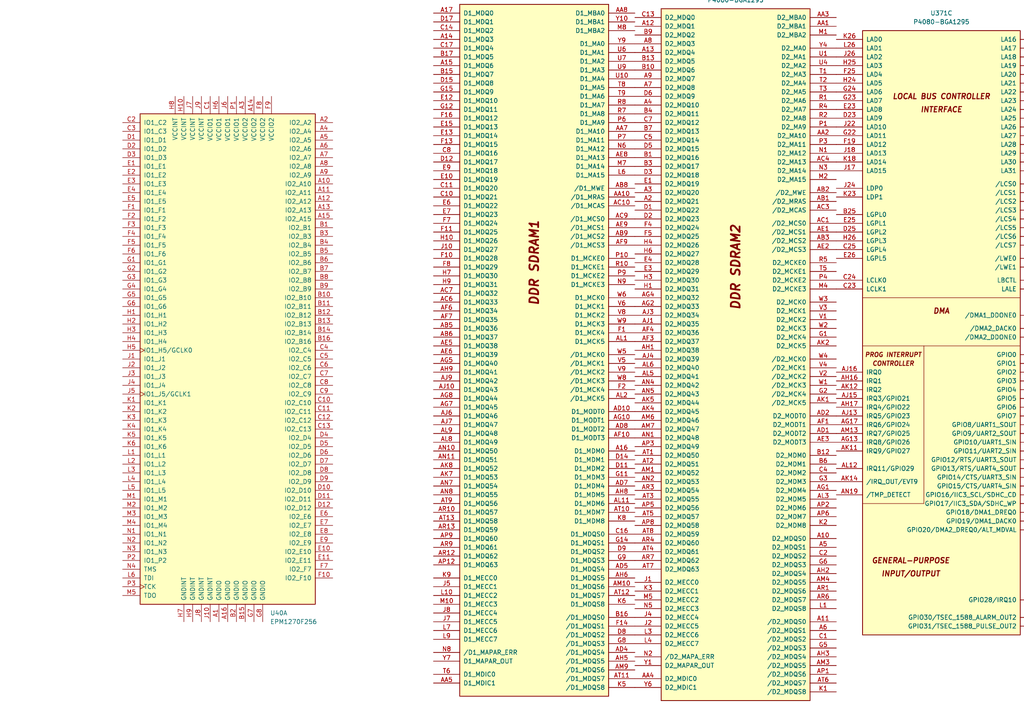
<source format=kicad_sch>
(kicad_sch (version 20250114) (generator "eeschema") (generator_version "9.0")
  (paper "A4")
  (lib_symbols
    (symbol "CPLD_Altera:EPM1270F256" (pin_names (offset 1.016))
      (property "Reference" "U" (at 15.24 72.39 0))
      (property "Value" "EPM1270F256" (at 12.7 -72.39 0))
      (symbol "EPM1270F256_1_1"
        (pin bidirectional line (at -30.48 68.58 0) (length 5.08) (name "IO1_C2") (number "C2"))
        (pin bidirectional line (at -30.48 66.04 0) (length 5.08) (name "IO1_C3") (number "C3"))
        (pin bidirectional line (at -30.48 63.5 0) (length 5.08) (name "IO1_D1") (number "D1"))
        (pin bidirectional line (at -30.48 60.96 0) (length 5.08) (name "IO1_D2") (number "D2"))
        (pin bidirectional line (at -30.48 58.42 0) (length 5.08) (name "IO1_D3") (number "D3"))
        (pin bidirectional line (at -30.48 55.88 0) (length 5.08) (name "IO1_E1") (number "E1"))
        (pin bidirectional line (at -30.48 53.34 0) (length 5.08) (name "IO1_E2") (number "E2"))
        (pin bidirectional line (at -30.48 50.8 0) (length 5.08) (name "IO1_E3") (number "E3"))
        (pin bidirectional line (at -30.48 48.26 0) (length 5.08) (name "IO1_E4") (number "E4"))
        (pin bidirectional line (at -30.48 45.72 0) (length 5.08) (name "IO1_E5") (number "E5"))
        (pin bidirectional line (at -30.48 43.18 0) (length 5.08) (name "IO1_F1") (number "F1"))
        (pin bidirectional line (at -30.48 40.64 0) (length 5.08) (name "IO1_F2") (number "F2"))
        (pin bidirectional line (at -30.48 38.1 0) (length 5.08) (name "IO1_F3") (number "F3"))
        (pin bidirectional line (at -30.48 35.56 0) (length 5.08) (name "IO1_F4") (number "F4"))
        (pin bidirectional line (at -30.48 33.02 0) (length 5.08) (name "IO1_F5") (number "F5"))
        (pin bidirectional line (at -30.48 30.48 0) (length 5.08) (name "IO1_F6") (number "F6"))
        (pin bidirectional line (at -30.48 27.94 0) (length 5.08) (name "IO1_G1") (number "G1"))
        (pin bidirectional line (at -30.48 25.4 0) (length 5.08) (name "IO1_G2") (number "G2"))
        (pin bidirectional line (at -30.48 22.86 0) (length 5.08) (name "IO1_G3") (number "G3"))
        (pin bidirectional line (at -30.48 20.32 0) (length 5.08) (name "IO1_G4") (number "G4"))
        (pin bidirectional line (at -30.48 17.78 0) (length 5.08) (name "IO1_G5") (number "G5"))
        (pin bidirectional line (at -30.48 15.24 0) (length 5.08) (name "IO1_G6") (number "G6"))
        (pin bidirectional line (at -30.48 12.7 0) (length 5.08) (name "IO1_H1") (number "H1"))
        (pin bidirectional line (at -30.48 10.16 0) (length 5.08) (name "IO1_H2") (number "H2"))
        (pin bidirectional line (at -30.48 7.62 0) (length 5.08) (name "IO1_H3") (number "H3"))
        (pin bidirectional line (at -30.48 5.08 0) (length 5.08) (name "IO1_H4") (number "H4"))
        (pin bidirectional clock (at -30.48 2.54 0) (length 5.08) (name "IO1_H5/GCLK0") (number "H5"))
        (pin bidirectional line (at -30.48 0 0) (length 5.08) (name "IO1_J1") (number "J1"))
        (pin bidirectional line (at -30.48 -2.54 0) (length 5.08) (name "IO1_J2") (number "J2"))
        (pin bidirectional line (at -30.48 -5.08 0) (length 5.08) (name "IO1_J3") (number "J3"))
        (pin bidirectional line (at -30.48 -7.62 0) (length 5.08) (name "IO1_J4") (number "J4"))
        (pin bidirectional clock (at -30.48 -10.16 0) (length 5.08) (name "IO1_J5/GCLK1") (number "J5"))
        (pin bidirectional line (at -30.48 -12.7 0) (length 5.08) (name "IO1_K1") (number "K1"))
        (pin bidirectional line (at -30.48 -15.24 0) (length 5.08) (name "IO1_K2") (number "K2"))
        (pin bidirectional line (at -30.48 -17.78 0) (length 5.08) (name "IO1_K3") (number "K3"))
        (pin bidirectional line (at -30.48 -20.32 0) (length 5.08) (name "IO1_K4") (number "K4"))
        (pin bidirectional line (at -30.48 -22.86 0) (length 5.08) (name "IO1_K5") (number "K5"))
        (pin bidirectional line (at -30.48 -25.4 0) (length 5.08) (name "IO1_K6") (number "K6"))
        (pin bidirectional line (at -30.48 -27.94 0) (length 5.08) (name "IO1_L1") (number "L1"))
        (pin bidirectional line (at -30.48 -30.48 0) (length 5.08) (name "IO1_L2") (number "L2"))
        (pin bidirectional line (at -30.48 -33.02 0) (length 5.08) (name "IO1_L3") (number "L3"))
        (pin bidirectional line (at -30.48 -35.56 0) (length 5.08) (name "IO1_L4") (number "L4"))
        (pin bidirectional line (at -30.48 -38.1 0) (length 5.08) (name "IO1_L5") (number "L5"))
        (pin bidirectional line (at -30.48 -40.64 0) (length 5.08) (name "IO1_M1") (number "M1"))
        (pin bidirectional line (at -30.48 -43.18 0) (length 5.08) (name "IO1_M2") (number "M2"))
        (pin bidirectional line (at -30.48 -45.72 0) (length 5.08) (name "IO1_M3") (number "M3"))
        (pin bidirectional line (at -30.48 -48.26 0) (length 5.08) (name "IO1_M4") (number "M4"))
        (pin bidirectional line (at -30.48 -50.8 0) (length 5.08) (name "IO1_N1") (number "N1"))
        (pin bidirectional line (at -30.48 -53.34 0) (length 5.08) (name "IO1_N2") (number "N2"))
        (pin bidirectional line (at -30.48 -55.88 0) (length 5.08) (name "IO1_N3") (number "N3"))
        (pin bidirectional line (at -30.48 -58.42 0) (length 5.08) (name "IO1_P2") (number "P2"))
        (pin input line (at -30.48 -60.96 0) (length 5.08) (name "TMS") (number "N4"))
        (pin input line (at -30.48 -63.5 0) (length 5.08) (name "TDI") (number "L6"))
        (pin input clock (at -30.48 -66.04 0) (length 5.08) (name "TCK") (number "P3"))
        (pin output line (at -30.48 -68.58 0) (length 5.08) (name "TDO") (number "M5"))
        (pin power_in line (at -15.24 76.2 270) (length 5.08) (name "VCCINT") (number "H8"))
        (pin power_in line (at -12.7 76.2 270) (length 5.08) (name "VCCINT") (number "H10"))
        (pin power_in line (at -12.7 -76.2 90) (length 5.08) (name "GNDINT") (number "H7"))
        (pin power_in line (at -10.16 76.2 270) (length 5.08) (name "VCCINT") (number "J7"))
        (pin power_in line (at -10.16 -76.2 90) (length 5.08) (name "GNDINT") (number "H9"))
        (pin power_in line (at -7.62 76.2 270) (length 5.08) (name "VCCINT") (number "J9"))
        (pin power_in line (at -7.62 -76.2 90) (length 5.08) (name "GNDINT") (number "J8"))
        (pin power_in line (at -5.08 76.2 270) (length 5.08) (name "VCCIO1") (number "C1"))
        (pin power_in line (at -5.08 -76.2 90) (length 5.08) (name "GNDINT") (number "J10"))
        (pin power_in line (at -2.54 76.2 270) (length 5.08) (name "VCCIO1") (number "H6"))
        (pin power_in line (at -2.54 -76.2 90) (length 5.08) (name "GNDIO") (number "A1"))
        (pin power_in line (at 0 76.2 270) (length 5.08) (name "VCCIO1") (number "J6"))
        (pin power_in line (at 0 -76.2 90) (length 5.08) (name "GNDIO") (number "A16"))
        (pin power_in line (at 2.54 76.2 270) (length 5.08) (name "VCCIO1") (number "P1"))
        (pin power_in line (at 2.54 -76.2 90) (length 5.08) (name "GNDIO") (number "B2"))
        (pin power_in line (at 5.08 76.2 270) (length 5.08) (name "VCCIO2") (number "A3"))
        (pin power_in line (at 5.08 -76.2 90) (length 5.08) (name "GNDIO") (number "B15"))
        (pin power_in line (at 7.62 76.2 270) (length 5.08) (name "VCCIO2") (number "A14"))
        (pin power_in line (at 7.62 -76.2 90) (length 5.08) (name "GNDIO") (number "G7"))
        (pin power_in line (at 10.16 76.2 270) (length 5.08) (name "VCCIO2") (number "F8"))
        (pin power_in line (at 10.16 -76.2 90) (length 5.08) (name "GNDIO") (number "G8"))
        (pin power_in line (at 12.7 76.2 270) (length 5.08) (name "VCCIO2") (number "F9"))
        (pin bidirectional line (at 30.48 68.58 180) (length 5.08) (name "IO2_A2") (number "A2"))
        (pin bidirectional line (at 30.48 66.04 180) (length 5.08) (name "IO2_A4") (number "A4"))
        (pin bidirectional line (at 30.48 63.5 180) (length 5.08) (name "IO2_A5") (number "A5"))
        (pin bidirectional line (at 30.48 60.96 180) (length 5.08) (name "IO2_A6") (number "A6"))
        (pin bidirectional line (at 30.48 58.42 180) (length 5.08) (name "IO2_A7") (number "A7"))
        (pin bidirectional line (at 30.48 55.88 180) (length 5.08) (name "IO2_A8") (number "A8"))
        (pin bidirectional line (at 30.48 53.34 180) (length 5.08) (name "IO2_A9") (number "A9"))
        (pin bidirectional line (at 30.48 50.8 180) (length 5.08) (name "IO2_A10") (number "A10"))
        (pin bidirectional line (at 30.48 48.26 180) (length 5.08) (name "IO2_A11") (number "A11"))
        (pin bidirectional line (at 30.48 45.72 180) (length 5.08) (name "IO2_A12") (number "A12"))
        (pin bidirectional line (at 30.48 43.18 180) (length 5.08) (name "IO2_A13") (number "A13"))
        (pin bidirectional line (at 30.48 40.64 180) (length 5.08) (name "IO2_A15") (number "A15"))
        (pin bidirectional line (at 30.48 38.1 180) (length 5.08) (name "IO2_B1") (number "B1"))
        (pin bidirectional line (at 30.48 35.56 180) (length 5.08) (name "IO2_B3") (number "B3"))
        (pin bidirectional line (at 30.48 33.02 180) (length 5.08) (name "IO2_B4") (number "B4"))
        (pin bidirectional line (at 30.48 30.48 180) (length 5.08) (name "IO2_B5") (number "B5"))
        (pin bidirectional line (at 30.48 27.94 180) (length 5.08) (name "IO2_B6") (number "B6"))
        (pin bidirectional line (at 30.48 25.4 180) (length 5.08) (name "IO2_B7") (number "B7"))
        (pin bidirectional line (at 30.48 22.86 180) (length 5.08) (name "IO2_B8") (number "B8"))
        (pin bidirectional line (at 30.48 20.32 180) (length 5.08) (name "IO2_B9") (number "B9"))
        (pin bidirectional line (at 30.48 17.78 180) (length 5.08) (name "IO2_B10") (number "B10"))
        (pin bidirectional line (at 30.48 15.24 180) (length 5.08) (name "IO2_B11") (number "B11"))
        (pin bidirectional line (at 30.48 12.7 180) (length 5.08) (name "IO2_B12") (number "B12"))
        (pin bidirectional line (at 30.48 10.16 180) (length 5.08) (name "IO2_B13") (number "B13"))
        (pin bidirectional line (at 30.48 7.62 180) (length 5.08) (name "IO2_B14") (number "B14"))
        (pin bidirectional line (at 30.48 5.08 180) (length 5.08) (name "IO2_B16") (number "B16"))
        (pin bidirectional line (at 30.48 2.54 180) (length 5.08) (name "IO2_C4") (number "C4"))
        (pin bidirectional line (at 30.48 0 180) (length 5.08) (name "IO2_C5") (number "C5"))
        (pin bidirectional line (at 30.48 -2.54 180) (length 5.08) (name "IO2_C6") (number "C6"))
        (pin bidirectional line (at 30.48 -5.08 180) (length 5.08) (name "IO2_C7") (number "C7"))
        (pin bidirectional line (at 30.48 -7.62 180) (length 5.08) (name "IO2_C8") (number "C8"))
        (pin bidirectional line (at 30.48 -10.16 180) (length 5.08) (name "IO2_C9") (number "C9"))
        (pin bidirectional line (at 30.48 -12.7 180) (length 5.08) (name "IO2_C10") (number "C10"))
        (pin bidirectional line (at 30.48 -15.24 180) (length 5.08) (name "IO2_C11") (number "C11"))
        (pin bidirectional line (at 30.48 -17.78 180) (length 5.08) (name "IO2_C12") (number "C12"))
        (pin bidirectional line (at 30.48 -20.32 180) (length 5.08) (name "IO2_C13") (number "C13"))
        (pin bidirectional line (at 30.48 -22.86 180) (length 5.08) (name "IO2_D4") (number "D4"))
        (pin bidirectional line (at 30.48 -25.4 180) (length 5.08) (name "IO2_D5") (number "D5"))
        (pin bidirectional line (at 30.48 -27.94 180) (length 5.08) (name "IO2_D6") (number "D6"))
        (pin bidirectional line (at 30.48 -30.48 180) (length 5.08) (name "IO2_D7") (number "D7"))
        (pin bidirectional line (at 30.48 -33.02 180) (length 5.08) (name "IO2_D8") (number "D8"))
        (pin bidirectional line (at 30.48 -35.56 180) (length 5.08) (name "IO2_D9") (number "D9"))
        (pin bidirectional line (at 30.48 -38.1 180) (length 5.08) (name "IO2_D10") (number "D10"))
        (pin bidirectional line (at 30.48 -40.64 180) (length 5.08) (name "IO2_D11") (number "D11"))
        (pin bidirectional line (at 30.48 -43.18 180) (length 5.08) (name "IO2_D12") (number "D12"))
        (pin bidirectional line (at 30.48 -45.72 180) (length 5.08) (name "IO2_E6") (number "E6"))
        (pin bidirectional line (at 30.48 -48.26 180) (length 5.08) (name "IO2_E7") (number "E7"))
        (pin bidirectional line (at 30.48 -50.8 180) (length 5.08) (name "IO2_E8") (number "E8"))
        (pin bidirectional line (at 30.48 -53.34 180) (length 5.08) (name "IO2_E9") (number "E9"))
        (pin bidirectional line (at 30.48 -55.88 180) (length 5.08) (name "IO2_E10") (number "E10"))
        (pin bidirectional line (at 30.48 -58.42 180) (length 5.08) (name "IO2_E11") (number "E11"))
        (pin bidirectional line (at 30.48 -60.96 180) (length 5.08) (name "IO2_F7") (number "F7"))
        (pin bidirectional line (at 30.48 -63.5 180) (length 5.08) (name "IO2_F10") (number "F10"))
      )
      (symbol "EPM1270F256_2_1"
        (pin bidirectional line (at -30.48 68.58 0) (length 5.08) (name "IO3_C14") (number "C14"))
        (pin bidirectional line (at -30.48 66.04 0) (length 5.08) (name "IO3_C15") (number "C15"))
        (pin bidirectional line (at -30.48 63.5 0) (length 5.08) (name "IO3_D13") (number "D13"))
        (pin bidirectional line (at -30.48 60.96 0) (length 5.08) (name "IO3_D14") (number "D14"))
        (pin bidirectional line (at -30.48 58.42 0) (length 5.08) (name "IO3_D15") (number "D15"))
        (pin bidirectional line (at -30.48 55.88 0) (length 5.08) (name "IO3_D16") (number "D16"))
        (pin bidirectional line (at -30.48 53.34 0) (length 5.08) (name "IO3_E12") (number "E12"))
        (pin bidirectional line (at -30.48 50.8 0) (length 5.08) (name "IO3_E13") (number "E13"))
        (pin bidirectional line (at -30.48 48.26 0) (length 5.08) (name "IO3_E14") (number "E14"))
        (pin bidirectional line (at -30.48 45.72 0) (length 5.08) (name "IO3_E15") (number "E15"))
        (pin bidirectional line (at -30.48 43.18 0) (length 5.08) (name "IO3_E16") (number "E16"))
        (pin bidirectional line (at -30.48 40.64 0) (length 5.08) (name "IO3_F11") (number "F11"))
        (pin bidirectional line (at -30.48 38.1 0) (length 5.08) (name "IO3_F12") (number "F12"))
        (pin bidirectional line (at -30.48 35.56 0) (length 5.08) (name "IO3_F13") (number "F13"))
        (pin bidirectional line (at -30.48 33.02 0) (length 5.08) (name "IO3_F14") (number "F14"))
        (pin bidirectional line (at -30.48 30.48 0) (length 5.08) (name "IO3_F15") (number "F15"))
        (pin bidirectional line (at -30.48 27.94 0) (length 5.08) (name "IO3_F16") (number "F16"))
        (pin bidirectional line (at -30.48 25.4 0) (length 5.08) (name "IO3_G11") (number "G11"))
        (pin bidirectional line (at -30.48 22.86 0) (length 5.08) (name "IO3_G12") (number "G12"))
        (pin bidirectional line (at -30.48 20.32 0) (length 5.08) (name "IO3_G13") (number "G13"))
        (pin bidirectional line (at -30.48 17.78 0) (length 5.08) (name "IO3_G14") (number "G14"))
        (pin bidirectional line (at -30.48 15.24 0) (length 5.08) (name "IO3_G15") (number "G15"))
        (pin bidirectional line (at -30.48 12.7 0) (length 5.08) (name "IO3_G16") (number "G16"))
        (pin bidirectional clock (at -30.48 10.16 0) (length 5.08) (name "IO3_H12/GCLK3") (number "H12"))
        (pin bidirectional line (at -30.48 7.62 0) (length 5.08) (name "IO3_H13") (number "H13"))
        (pin bidirectional line (at -30.48 5.08 0) (length 5.08) (name "IO3_H14") (number "H14"))
        (pin bidirectional line (at -30.48 2.54 0) (length 5.08) (name "IO3_H15") (number "H15"))
        (pin bidirectional line (at -30.48 0 0) (length 5.08) (name "IO3_H16") (number "H16"))
        (pin bidirectional clock (at -30.48 -2.54 0) (length 5.08) (name "IO3_J12/GCLK2") (number "J12"))
        (pin bidirectional line (at -30.48 -5.08 0) (length 5.08) (name "IO3_J13") (number "J13"))
        (pin bidirectional line (at -30.48 -7.62 0) (length 5.08) (name "IO3_J14") (number "J14"))
        (pin bidirectional line (at -30.48 -10.16 0) (length 5.08) (name "IO3_J15") (number "J15"))
        (pin bidirectional line (at -30.48 -12.7 0) (length 5.08) (name "IO3_J16") (number "J16"))
        (pin bidirectional line (at -30.48 -15.24 0) (length 5.08) (name "IO3_K11") (number "K11"))
        (pin bidirectional line (at -30.48 -17.78 0) (length 5.08) (name "IO3_K12") (number "K12"))
        (pin bidirectional line (at -30.48 -20.32 0) (length 5.08) (name "IO3_K13") (number "K13"))
        (pin bidirectional line (at -30.48 -22.86 0) (length 5.08) (name "IO3_K14") (number "K14"))
        (pin bidirectional line (at -30.48 -25.4 0) (length 5.08) (name "IO3_K15") (number "K15"))
        (pin bidirectional line (at -30.48 -27.94 0) (length 5.08) (name "IO3_K16") (number "K16"))
        (pin bidirectional line (at -30.48 -30.48 0) (length 5.08) (name "IO3_L11") (number "L11"))
        (pin bidirectional line (at -30.48 -33.02 0) (length 5.08) (name "IO3_L12") (number "L12"))
        (pin bidirectional line (at -30.48 -35.56 0) (length 5.08) (name "IO3_L13") (number "L13"))
        (pin bidirectional line (at -30.48 -38.1 0) (length 5.08) (name "IO3_L14") (number "L14"))
        (pin bidirectional line (at -30.48 -40.64 0) (length 5.08) (name "IO3_L15") (number "L15"))
        (pin bidirectional line (at -30.48 -43.18 0) (length 5.08) (name "IO3_L16") (number "L16"))
        (pin bidirectional line (at -30.48 -45.72 0) (length 5.08) (name "IO3_M13") (number "M13"))
        (pin bidirectional line (at -30.48 -48.26 0) (length 5.08) (name "IO3_M14") (number "M14"))
        (pin bidirectional line (at -30.48 -50.8 0) (length 5.08) (name "IO3_M15") (number "M15"))
        (pin bidirectional line (at -30.48 -53.34 0) (length 5.08) (name "IO3_M16") (number "M16"))
        (pin bidirectional line (at -30.48 -55.88 0) (length 5.08) (name "IO3_N13") (number "N13"))
        (pin bidirectional line (at -30.48 -58.42 0) (length 5.08) (name "IO3_N14") (number "N14"))
        (pin bidirectional line (at -30.48 -60.96 0) (length 5.08) (name "IO3_N15") (number "N15"))
        (pin bidirectional line (at -30.48 -63.5 0) (length 5.08) (name "IO3_N16") (number "N16"))
        (pin bidirectional line (at -30.48 -66.04 0) (length 5.08) (name "IO3_P14") (number "P14"))
        (pin bidirectional line (at -30.48 -68.58 0) (length 5.08) (name "IO3_P15") (number "P15"))
        (pin power_in line (at -12.7 -76.2 90) (length 5.08) (name "GNDIO") (number "G9"))
        (pin power_in line (at -10.16 76.2 270) (length 5.08) (name "VCCIO3") (number "C16"))
        (pin power_in line (at -10.16 -76.2 90) (length 5.08) (name "GNDIO") (number "G10"))
        (pin power_in line (at -7.62 76.2 270) (length 5.08) (name "VCCIO3") (number "H11"))
        (pin power_in line (at -7.62 -76.2 90) (length 5.08) (name "GNDIO") (number "K7"))
        (pin power_in line (at -5.08 76.2 270) (length 5.08) (name "VCCIO3") (number "J11"))
        (pin power_in line (at -5.08 -76.2 90) (length 5.08) (name "GNDIO") (number "K8"))
        (pin power_in line (at -2.54 76.2 270) (length 5.08) (name "VCCIO3") (number "P16"))
        (pin power_in line (at -2.54 -76.2 90) (length 5.08) (name "GNDIO") (number "K9"))
        (pin power_in line (at 0 76.2 270) (length 5.08) (name "VCCIO4") (number "L8"))
        (pin power_in line (at 0 -76.2 90) (length 5.08) (name "GNDIO") (number "K10"))
        (pin power_in line (at 2.54 76.2 270) (length 5.08) (name "VCCIO4") (number "L9"))
        (pin power_in line (at 2.54 -76.2 90) (length 5.08) (name "GNDIO") (number "R2"))
        (pin power_in line (at 5.08 76.2 270) (length 5.08) (name "VCCIO4") (number "T3"))
        (pin power_in line (at 5.08 -76.2 90) (length 5.08) (name "GNDIO") (number "R15"))
        (pin power_in line (at 7.62 76.2 270) (length 5.08) (name "VCCIO4") (number "T14"))
        (pin power_in line (at 7.62 -76.2 90) (length 5.08) (name "GNDIO") (number "T1"))
        (pin power_in line (at 10.16 -76.2 90) (length 5.08) (name "GNDIO") (number "T16"))
        (pin bidirectional line (at 30.48 68.58 180) (length 5.08) (name "IO4_L7") (number "L7"))
        (pin bidirectional line (at 30.48 66.04 180) (length 5.08) (name "IO4_L10") (number "L10"))
        (pin bidirectional line (at 30.48 63.5 180) (length 5.08) (name "IO4_M6") (number "M6"))
        (pin bidirectional line (at 30.48 60.96 180) (length 5.08) (name "IO4_M7") (number "M7"))
        (pin bidirectional line (at 30.48 58.42 180) (length 5.08) (name "IO4_M8/DEV_OE") (number "M8"))
        (pin bidirectional line (at 30.48 55.88 180) (length 5.08) (name "IO4_M9/DEV_CLRn") (number "M9"))
        (pin bidirectional line (at 30.48 53.34 180) (length 5.08) (name "IO4_M10") (number "M10"))
        (pin bidirectional line (at 30.48 50.8 180) (length 5.08) (name "IO4_M11") (number "M11"))
        (pin bidirectional line (at 30.48 48.26 180) (length 5.08) (name "IO4_M12") (number "M12"))
        (pin bidirectional line (at 30.48 45.72 180) (length 5.08) (name "IO4_N5") (number "N5"))
        (pin bidirectional line (at 30.48 43.18 180) (length 5.08) (name "IO4_N6") (number "N6"))
        (pin bidirectional line (at 30.48 40.64 180) (length 5.08) (name "IO4_N7") (number "N7"))
        (pin bidirectional line (at 30.48 38.1 180) (length 5.08) (name "IO4_N8") (number "N8"))
        (pin bidirectional line (at 30.48 35.56 180) (length 5.08) (name "IO4_N9") (number "N9"))
        (pin bidirectional line (at 30.48 33.02 180) (length 5.08) (name "IO4_N10") (number "N10"))
        (pin bidirectional line (at 30.48 30.48 180) (length 5.08) (name "IO4_N11") (number "N11"))
        (pin bidirectional line (at 30.48 27.94 180) (length 5.08) (name "IO4_N12") (number "N12"))
        (pin bidirectional line (at 30.48 25.4 180) (length 5.08) (name "IO4_P4") (number "P4"))
        (pin bidirectional line (at 30.48 22.86 180) (length 5.08) (name "IO4_P5") (number "P5"))
        (pin bidirectional line (at 30.48 20.32 180) (length 5.08) (name "IO4_P6") (number "P6"))
        (pin bidirectional line (at 30.48 17.78 180) (length 5.08) (name "IO4_P7") (number "P7"))
        (pin bidirectional line (at 30.48 15.24 180) (length 5.08) (name "IO4_P8") (number "P8"))
        (pin bidirectional line (at 30.48 12.7 180) (length 5.08) (name "IO4_P9") (number "P9"))
        (pin bidirectional line (at 30.48 10.16 180) (length 5.08) (name "IO4_P10") (number "P10"))
        (pin bidirectional line (at 30.48 7.62 180) (length 5.08) (name "IO4_P11") (number "P11"))
        (pin bidirectional line (at 30.48 5.08 180) (length 5.08) (name "IO4_P12") (number "P12"))
        (pin bidirectional line (at 30.48 2.54 180) (length 5.08) (name "IO4_P13") (number "P13"))
        (pin bidirectional line (at 30.48 0 180) (length 5.08) (name "IO4_R1") (number "R1"))
        (pin bidirectional line (at 30.48 -2.54 180) (length 5.08) (name "IO4_R3") (number "R3"))
        (pin bidirectional line (at 30.48 -5.08 180) (length 5.08) (name "IO4_R4") (number "R4"))
        (pin bidirectional line (at 30.48 -7.62 180) (length 5.08) (name "IO4_R5") (number "R5"))
        (pin bidirectional line (at 30.48 -10.16 180) (length 5.08) (name "IO4_R6") (number "R6"))
        (pin bidirectional line (at 30.48 -12.7 180) (length 5.08) (name "IO4_R7") (number "R7"))
        (pin bidirectional line (at 30.48 -15.24 180) (length 5.08) (name "IO4_R8") (number "R8"))
        (pin bidirectional line (at 30.48 -17.78 180) (length 5.08) (name "IO4_R9") (number "R9"))
        (pin bidirectional line (at 30.48 -20.32 180) (length 5.08) (name "IO4_R10") (number "R10"))
        (pin bidirectional line (at 30.48 -22.86 180) (length 5.08) (name "IO4_R11") (number "R11"))
        (pin bidirectional line (at 30.48 -25.4 180) (length 5.08) (name "IO4_R12") (number "R12"))
        (pin bidirectional line (at 30.48 -27.94 180) (length 5.08) (name "IO4_R13") (number "R13"))
        (pin bidirectional line (at 30.48 -30.48 180) (length 5.08) (name "IO4_R14") (number "R14"))
        (pin bidirectional line (at 30.48 -33.02 180) (length 5.08) (name "IO4_R16") (number "R16"))
        (pin bidirectional line (at 30.48 -35.56 180) (length 5.08) (name "IO4_T2") (number "T2"))
        (pin bidirectional line (at 30.48 -38.1 180) (length 5.08) (name "IO4_T4") (number "T4"))
        (pin bidirectional line (at 30.48 -40.64 180) (length 5.08) (name "IO4_T5") (number "T5"))
        (pin bidirectional line (at 30.48 -43.18 180) (length 5.08) (name "IO4_T6") (number "T6"))
        (pin bidirectional line (at 30.48 -45.72 180) (length 5.08) (name "IO4_T7") (number "T7"))
        (pin bidirectional line (at 30.48 -48.26 180) (length 5.08) (name "IO4_T8") (number "T8"))
        (pin bidirectional line (at 30.48 -50.8 180) (length 5.08) (name "IO4_T9") (number "T9"))
        (pin bidirectional line (at 30.48 -53.34 180) (length 5.08) (name "IO4_T10") (number "T10"))
        (pin bidirectional line (at 30.48 -55.88 180) (length 5.08) (name "IO4_T11") (number "T11"))
        (pin bidirectional line (at 30.48 -58.42 180) (length 5.08) (name "IO4_T12") (number "T12"))
        (pin bidirectional line (at 30.48 -60.96 180) (length 5.08) (name "IO4_T13") (number "T13"))
        (pin bidirectional line (at 30.48 -63.5 180) (length 5.08) (name "IO4_T15") (number "T15"))
      )
    )
    (symbol "CPU:P4080-BGA1295" (pin_names (offset 1.016))
      (property "Reference" "U" (at 1.27 19.05 0))
      (property "Value" "P4080-BGA1295" (at 1.27 16.51 0))
      (symbol "P4080-BGA1295_1_1"
        (text "DDR SDRAM1" (at 1.27 26.67 900) (effects (font (size 2.54 2.54) (bold yes) (italic yes))))
        (pin bidirectional line (at -27.94 99.06 0) (length 7.62) (name "D1_MDQ0") (number "A17"))
        (pin bidirectional line (at -27.94 96.52 0) (length 7.62) (name "D1_MDQ1") (number "D17"))
        (pin bidirectional line (at -27.94 93.98 0) (length 7.62) (name "D1_MDQ2") (number "C14"))
        (pin bidirectional line (at -27.94 91.44 0) (length 7.62) (name "D1_MDQ3") (number "A14"))
        (pin bidirectional line (at -27.94 88.9 0) (length 7.62) (name "D1_MDQ4") (number "C17"))
        (pin bidirectional line (at -27.94 86.36 0) (length 7.62) (name "D1_MDQ5") (number "B17"))
        (pin bidirectional line (at -27.94 83.82 0) (length 7.62) (name "D1_MDQ6") (number "A15"))
        (pin bidirectional line (at -27.94 81.28 0) (length 7.62) (name "D1_MDQ7") (number "B15"))
        (pin bidirectional line (at -27.94 78.74 0) (length 7.62) (name "D1_MDQ8") (number "D15"))
        (pin bidirectional line (at -27.94 76.2 0) (length 7.62) (name "D1_MDQ9") (number "G15"))
        (pin bidirectional line (at -27.94 73.66 0) (length 7.62) (name "D1_MDQ10") (number "E12"))
        (pin bidirectional line (at -27.94 71.12 0) (length 7.62) (name "D1_MDQ11") (number "G12"))
        (pin bidirectional line (at -27.94 68.58 0) (length 7.62) (name "D1_MDQ12") (number "F16"))
        (pin bidirectional line (at -27.94 66.04 0) (length 7.62) (name "D1_MDQ13") (number "E15"))
        (pin bidirectional line (at -27.94 63.5 0) (length 7.62) (name "D1_MDQ14") (number "E13"))
        (pin bidirectional line (at -27.94 60.96 0) (length 7.62) (name "D1_MDQ15") (number "F13"))
        (pin bidirectional line (at -27.94 58.42 0) (length 7.62) (name "D1_MDQ16") (number "C8"))
        (pin bidirectional line (at -27.94 55.88 0) (length 7.62) (name "D1_MDQ17") (number "D12"))
        (pin bidirectional line (at -27.94 53.34 0) (length 7.62) (name "D1_MDQ18") (number "E9"))
        (pin bidirectional line (at -27.94 50.8 0) (length 7.62) (name "D1_MDQ19") (number "E10"))
        (pin bidirectional line (at -27.94 48.26 0) (length 7.62) (name "D1_MDQ20") (number "C11"))
        (pin bidirectional line (at -27.94 45.72 0) (length 7.62) (name "D1_MDQ21") (number "C10"))
        (pin bidirectional line (at -27.94 43.18 0) (length 7.62) (name "D1_MDQ22") (number "E6"))
        (pin bidirectional line (at -27.94 40.64 0) (length 7.62) (name "D1_MDQ23") (number "E7"))
        (pin bidirectional line (at -27.94 38.1 0) (length 7.62) (name "D1_MDQ24") (number "F7"))
        (pin bidirectional line (at -27.94 35.56 0) (length 7.62) (name "D1_MDQ25") (number "F11"))
        (pin bidirectional line (at -27.94 33.02 0) (length 7.62) (name "D1_MDQ26") (number "H10"))
        (pin bidirectional line (at -27.94 30.48 0) (length 7.62) (name "D1_MDQ27") (number "J10"))
        (pin bidirectional line (at -27.94 27.94 0) (length 7.62) (name "D1_MDQ28") (number "F10"))
        (pin bidirectional line (at -27.94 25.4 0) (length 7.62) (name "D1_MDQ29") (number "F8"))
        (pin bidirectional line (at -27.94 22.86 0) (length 7.62) (name "D1_MDQ30") (number "H7"))
        (pin bidirectional line (at -27.94 20.32 0) (length 7.62) (name "D1_MDQ31") (number "H9"))
        (pin bidirectional line (at -27.94 17.78 0) (length 7.62) (name "D1_MDQ32") (number "AC7"))
        (pin bidirectional line (at -27.94 15.24 0) (length 7.62) (name "D1_MDQ33") (number "AC6"))
        (pin bidirectional line (at -27.94 12.7 0) (length 7.62) (name "D1_MDQ34") (number "AF6"))
        (pin bidirectional line (at -27.94 10.16 0) (length 7.62) (name "D1_MDQ35") (number "AF7"))
        (pin bidirectional line (at -27.94 7.62 0) (length 7.62) (name "D1_MDQ36") (number "AB5"))
        (pin bidirectional line (at -27.94 5.08 0) (length 7.62) (name "D1_MDQ37") (number "AB6"))
        (pin bidirectional line (at -27.94 2.54 0) (length 7.62) (name "D1_MDQ38") (number "AE5"))
        (pin bidirectional line (at -27.94 0 0) (length 7.62) (name "D1_MDQ39") (number "AE6"))
        (pin bidirectional line (at -27.94 -2.54 0) (length 7.62) (name "D1_MDQ40") (number "AG5"))
        (pin bidirectional line (at -27.94 -5.08 0) (length 7.62) (name "D1_MDQ41") (number "AH9"))
        (pin bidirectional line (at -27.94 -7.62 0) (length 7.62) (name "D1_MDQ42") (number "AJ9"))
        (pin bidirectional line (at -27.94 -10.16 0) (length 7.62) (name "D1_MDQ43") (number "AJ10"))
        (pin bidirectional line (at -27.94 -12.7 0) (length 7.62) (name "D1_MDQ44") (number "AG8"))
        (pin bidirectional line (at -27.94 -15.24 0) (length 7.62) (name "D1_MDQ45") (number "AG7"))
        (pin bidirectional line (at -27.94 -17.78 0) (length 7.62) (name "D1_MDQ46") (number "AJ6"))
        (pin bidirectional line (at -27.94 -20.32 0) (length 7.62) (name "D1_MDQ47") (number "AJ7"))
        (pin bidirectional line (at -27.94 -22.86 0) (length 7.62) (name "D1_MDQ48") (number "AL9"))
        (pin bidirectional line (at -27.94 -25.4 0) (length 7.62) (name "D1_MDQ49") (number "AL8"))
        (pin bidirectional line (at -27.94 -27.94 0) (length 7.62) (name "D1_MDQ50") (number "AN10"))
        (pin bidirectional line (at -27.94 -30.48 0) (length 7.62) (name "D1_MDQ51") (number "AN11"))
        (pin bidirectional line (at -27.94 -33.02 0) (length 7.62) (name "D1_MDQ52") (number "AK8"))
        (pin bidirectional line (at -27.94 -35.56 0) (length 7.62) (name "D1_MDQ53") (number "AK7"))
        (pin bidirectional line (at -27.94 -38.1 0) (length 7.62) (name "D1_MDQ54") (number "AN7"))
        (pin bidirectional line (at -27.94 -40.64 0) (length 7.62) (name "D1_MDQ55") (number "AN8"))
        (pin bidirectional line (at -27.94 -43.18 0) (length 7.62) (name "D1_MDQ56") (number "AT9"))
        (pin bidirectional line (at -27.94 -45.72 0) (length 7.62) (name "D1_MDQ57") (number "AR10"))
        (pin bidirectional line (at -27.94 -48.26 0) (length 7.62) (name "D1_MDQ58") (number "AT13"))
        (pin bidirectional line (at -27.94 -50.8 0) (length 7.62) (name "D1_MDQ59") (number "AR13"))
        (pin bidirectional line (at -27.94 -53.34 0) (length 7.62) (name "D1_MDQ60") (number "AP9"))
        (pin bidirectional line (at -27.94 -55.88 0) (length 7.62) (name "D1_MDQ61") (number "AR9"))
        (pin bidirectional line (at -27.94 -58.42 0) (length 7.62) (name "D1_MDQ62") (number "AR12"))
        (pin bidirectional line (at -27.94 -60.96 0) (length 7.62) (name "D1_MDQ63") (number "AP12"))
        (pin bidirectional line (at -27.94 -64.77 0) (length 7.62) (name "D1_MECC0") (number "K9"))
        (pin bidirectional line (at -27.94 -67.31 0) (length 7.62) (name "D1_MECC1") (number "J5"))
        (pin bidirectional line (at -27.94 -69.85 0) (length 7.62) (name "D1_MECC2") (number "L10"))
        (pin bidirectional line (at -27.94 -72.39 0) (length 7.62) (name "D1_MECC3") (number "M10"))
        (pin bidirectional line (at -27.94 -74.93 0) (length 7.62) (name "D1_MECC4") (number "J8"))
        (pin bidirectional line (at -27.94 -77.47 0) (length 7.62) (name "D1_MECC5") (number "J7"))
        (pin bidirectional line (at -27.94 -80.01 0) (length 7.62) (name "D1_MECC6") (number "L7"))
        (pin bidirectional line (at -27.94 -82.55 0) (length 7.62) (name "D1_MECC7") (number "L9"))
        (pin input line (at -27.94 -86.36 0) (length 7.62) (name "/D1_MAPAR_ERR") (number "N8"))
        (pin output line (at -27.94 -88.9 0) (length 7.62) (name "D1_MAPAR_OUT") (number "Y7"))
        (pin bidirectional line (at -27.94 -92.71 0) (length 7.62) (name "D1_MDIC0") (number "T6"))
        (pin bidirectional line (at -27.94 -95.25 0) (length 7.62) (name "D1_MDIC1") (number "AA5"))
        (pin output line (at 30.48 99.06 180) (length 7.62) (name "D1_MBA0") (number "AA8"))
        (pin output line (at 30.48 96.52 180) (length 7.62) (name "D1_MBA1") (number "Y10"))
        (pin output line (at 30.48 93.98 180) (length 7.62) (name "D1_MBA2") (number "M8"))
        (pin output line (at 30.48 90.17 180) (length 7.62) (name "D1_MA0") (number "Y9"))
        (pin output line (at 30.48 87.63 180) (length 7.62) (name "D1_MA1") (number "U6"))
        (pin output line (at 30.48 85.09 180) (length 7.62) (name "D1_MA2") (number "U7"))
        (pin output line (at 30.48 82.55 180) (length 7.62) (name "D1_MA3") (number "U9"))
        (pin output line (at 30.48 80.01 180) (length 7.62) (name "D1_MA4") (number "U10"))
        (pin output line (at 30.48 77.47 180) (length 7.62) (name "D1_MA5") (number "T8"))
        (pin output line (at 30.48 74.93 180) (length 7.62) (name "D1_MA6") (number "T9"))
        (pin output line (at 30.48 72.39 180) (length 7.62) (name "D1_MA7") (number "R8"))
        (pin output line (at 30.48 69.85 180) (length 7.62) (name "D1_MA8") (number "R7"))
        (pin output line (at 30.48 67.31 180) (length 7.62) (name "D1_MA9") (number "P6"))
        (pin output line (at 30.48 64.77 180) (length 7.62) (name "D1_MA10") (number "AA7"))
        (pin output line (at 30.48 62.23 180) (length 7.62) (name "D1_MA11") (number "P7"))
        (pin output line (at 30.48 59.69 180) (length 7.62) (name "D1_MA12") (number "N6"))
        (pin output line (at 30.48 57.15 180) (length 7.62) (name "D1_MA13") (number "AE8"))
        (pin output line (at 30.48 54.61 180) (length 7.62) (name "D1_MA14") (number "M7"))
        (pin output line (at 30.48 52.07 180) (length 7.62) (name "D1_MA15") (number "L6"))
        (pin output line (at 30.48 48.26 180) (length 7.62) (name "/D1_MWE") (number "AB8"))
        (pin output line (at 30.48 45.72 180) (length 7.62) (name "/D1_MRAS") (number "AA10"))
        (pin output line (at 30.48 43.18 180) (length 7.62) (name "/D1_MCAS") (number "AC10"))
        (pin output line (at 30.48 39.37 180) (length 7.62) (name "/D1_MCS0") (number "AC9"))
        (pin output line (at 30.48 36.83 180) (length 7.62) (name "/D1_MCS1") (number "AE9"))
        (pin output line (at 30.48 34.29 180) (length 7.62) (name "/D1_MCS2") (number "AB9"))
        (pin output line (at 30.48 31.75 180) (length 7.62) (name "/D1_MCS3") (number "AF9"))
        (pin output line (at 30.48 27.94 180) (length 7.62) (name "D1_MCKE0") (number "P10"))
        (pin output line (at 30.48 25.4 180) (length 7.62) (name "D1_MCKE1") (number "R10"))
        (pin output line (at 30.48 22.86 180) (length 7.62) (name "D1_MCKE2") (number "P9"))
        (pin output line (at 30.48 20.32 180) (length 7.62) (name "D1_MCKE3") (number "N9"))
        (pin output line (at 30.48 16.51 180) (length 7.62) (name "D1_MCK0") (number "W6"))
        (pin output line (at 30.48 13.97 180) (length 7.62) (name "D1_MCK1") (number "V6"))
        (pin output line (at 30.48 11.43 180) (length 7.62) (name "D1_MCK2") (number "V8"))
        (pin output line (at 30.48 8.89 180) (length 7.62) (name "D1_MCK3") (number "W9"))
        (pin output line (at 30.48 6.35 180) (length 7.62) (name "D1_MCK4") (number "F1"))
        (pin output line (at 30.48 3.81 180) (length 7.62) (name "D1_MCK5") (number "AL1"))
        (pin output line (at 30.48 0 180) (length 7.62) (name "/D1_MCK0") (number "W5"))
        (pin output line (at 30.48 -2.54 180) (length 7.62) (name "/D1_MCK1") (number "V5"))
        (pin output line (at 30.48 -5.08 180) (length 7.62) (name "/D1_MCK2") (number "V9"))
        (pin output line (at 30.48 -7.62 180) (length 7.62) (name "/D1_MCK3") (number "W8"))
        (pin output line (at 30.48 -10.16 180) (length 7.62) (name "/D1_MCK4") (number "F2"))
        (pin output line (at 30.48 -12.7 180) (length 7.62) (name "/D1_MCK5") (number "AL2"))
        (pin output line (at 30.48 -16.51 180) (length 7.62) (name "D1_MODT0") (number "AD10"))
        (pin output line (at 30.48 -19.05 180) (length 7.62) (name "D1_MODT1") (number "AG10"))
        (pin output line (at 30.48 -21.59 180) (length 7.62) (name "D1_MODT2") (number "AD8"))
        (pin output line (at 30.48 -24.13 180) (length 7.62) (name "D1_MODT3") (number "AF10"))
        (pin output line (at 30.48 -27.94 180) (length 7.62) (name "D1_MDM0") (number "A16"))
        (pin output line (at 30.48 -30.48 180) (length 7.62) (name "D1_MDM1") (number "D14"))
        (pin output line (at 30.48 -33.02 180) (length 7.62) (name "D1_MDM2") (number "D11"))
        (pin output line (at 30.48 -35.56 180) (length 7.62) (name "D1_MDM3") (number "G11"))
        (pin output line (at 30.48 -38.1 180) (length 7.62) (name "D1_MDM4") (number "AD7"))
        (pin output line (at 30.48 -40.64 180) (length 7.62) (name "D1_MDM5") (number "AH8"))
        (pin output line (at 30.48 -43.18 180) (length 7.62) (name "D1_MDM6") (number "AL11"))
        (pin output line (at 30.48 -45.72 180) (length 7.62) (name "D1_MDM7") (number "AT10"))
        (pin output line (at 30.48 -48.26 180) (length 7.62) (name "D1_MDM8") (number "K8"))
        (pin bidirectional line (at 30.48 -52.07 180) (length 7.62) (name "D1_MDQS0") (number "C16"))
        (pin bidirectional line (at 30.48 -54.61 180) (length 7.62) (name "D1_MDQS1") (number "G14"))
        (pin bidirectional line (at 30.48 -57.15 180) (length 7.62) (name "D1_MDQS2") (number "D9"))
        (pin bidirectional line (at 30.48 -59.69 180) (length 7.62) (name "D1_MDQS3") (number "G9"))
        (pin bidirectional line (at 30.48 -62.23 180) (length 7.62) (name "D1_MDQS4") (number "AD5"))
        (pin bidirectional line (at 30.48 -64.77 180) (length 7.62) (name "D1_MDQS5") (number "AH6"))
        (pin bidirectional line (at 30.48 -67.31 180) (length 7.62) (name "D1_MDQS6") (number "AM10"))
        (pin bidirectional line (at 30.48 -69.85 180) (length 7.62) (name "D1_MDQS7") (number "AT12"))
        (pin bidirectional line (at 30.48 -72.39 180) (length 7.62) (name "D1_MDQS8") (number "K6"))
        (pin bidirectional line (at 30.48 -76.2 180) (length 7.62) (name "/D1_MDQS0") (number "B16"))
        (pin bidirectional line (at 30.48 -78.74 180) (length 7.62) (name "/D1_MDQS1") (number "F14"))
        (pin bidirectional line (at 30.48 -81.28 180) (length 7.62) (name "/D1_MDQS2") (number "D8"))
        (pin bidirectional line (at 30.48 -83.82 180) (length 7.62) (name "/D1_MDQS3") (number "G8"))
        (pin bidirectional line (at 30.48 -86.36 180) (length 7.62) (name "/D1_MDQS4") (number "AD4"))
        (pin bidirectional line (at 30.48 -88.9 180) (length 7.62) (name "/D1_MDQS5") (number "AH5"))
        (pin bidirectional line (at 30.48 -91.44 180) (length 7.62) (name "/D1_MDQS6") (number "AM9"))
        (pin bidirectional line (at 30.48 -93.98 180) (length 7.62) (name "/D1_MDQS7") (number "AT11"))
        (pin bidirectional line (at 30.48 -96.52 180) (length 7.62) (name "/D1_MDQS8") (number "K5"))
      )
      (symbol "P4080-BGA1295_2_1"
        (text "DDR SDRAM2" (at 1.27 26.67 900) (effects (font (size 2.54 2.54) (bold yes) (italic yes))))
        (pin bidirectional line (at -27.94 99.06 0) (length 7.62) (name "D2_MDQ0") (number "C13"))
        (pin bidirectional line (at -27.94 96.52 0) (length 7.62) (name "D2_MDQ1") (number "A12"))
        (pin bidirectional line (at -27.94 93.98 0) (length 7.62) (name "D2_MDQ2") (number "B9"))
        (pin bidirectional line (at -27.94 91.44 0) (length 7.62) (name "D2_MDQ3") (number "A8"))
        (pin bidirectional line (at -27.94 88.9 0) (length 7.62) (name "D2_MDQ4") (number "A13"))
        (pin bidirectional line (at -27.94 86.36 0) (length 7.62) (name "D2_MDQ5") (number "B13"))
        (pin bidirectional line (at -27.94 83.82 0) (length 7.62) (name "D2_MDQ6") (number "B10"))
        (pin bidirectional line (at -27.94 81.28 0) (length 7.62) (name "D2_MDQ7") (number "A9"))
        (pin bidirectional line (at -27.94 78.74 0) (length 7.62) (name "D2_MDQ8") (number "A7"))
        (pin bidirectional line (at -27.94 76.2 0) (length 7.62) (name "D2_MDQ9") (number "D6"))
        (pin bidirectional line (at -27.94 73.66 0) (length 7.62) (name "D2_MDQ10") (number "A4"))
        (pin bidirectional line (at -27.94 71.12 0) (length 7.62) (name "D2_MDQ11") (number "B4"))
        (pin bidirectional line (at -27.94 68.58 0) (length 7.62) (name "D2_MDQ12") (number "C7"))
        (pin bidirectional line (at -27.94 66.04 0) (length 7.62) (name "D2_MDQ13") (number "B7"))
        (pin bidirectional line (at -27.94 63.5 0) (length 7.62) (name "D2_MDQ14") (number "C5"))
        (pin bidirectional line (at -27.94 60.96 0) (length 7.62) (name "D2_MDQ15") (number "D5"))
        (pin bidirectional line (at -27.94 58.42 0) (length 7.62) (name "D2_MDQ16") (number "B1"))
        (pin bidirectional line (at -27.94 55.88 0) (length 7.62) (name "D2_MDQ17") (number "B3"))
        (pin bidirectional line (at -27.94 53.34 0) (length 7.62) (name "D2_MDQ18") (number "D3"))
        (pin bidirectional line (at -27.94 50.8 0) (length 7.62) (name "D2_MDQ19") (number "E1"))
        (pin bidirectional line (at -27.94 48.26 0) (length 7.62) (name "D2_MDQ20") (number "A3"))
        (pin bidirectional line (at -27.94 45.72 0) (length 7.62) (name "D2_MDQ21") (number "A2"))
        (pin bidirectional line (at -27.94 43.18 0) (length 7.62) (name "D2_MDQ22") (number "D1"))
        (pin bidirectional line (at -27.94 40.64 0) (length 7.62) (name "D2_MDQ23") (number "D2"))
        (pin bidirectional line (at -27.94 38.1 0) (length 7.62) (name "D2_MDQ24") (number "F4"))
        (pin bidirectional line (at -27.94 35.56 0) (length 7.62) (name "D2_MDQ25") (number "F5"))
        (pin bidirectional line (at -27.94 33.02 0) (length 7.62) (name "D2_MDQ26") (number "H4"))
        (pin bidirectional line (at -27.94 30.48 0) (length 7.62) (name "D2_MDQ27") (number "H6"))
        (pin bidirectional line (at -27.94 27.94 0) (length 7.62) (name "D2_MDQ28") (number "E4"))
        (pin bidirectional line (at -27.94 25.4 0) (length 7.62) (name "D2_MDQ29") (number "E3"))
        (pin bidirectional line (at -27.94 22.86 0) (length 7.62) (name "D2_MDQ30") (number "H3"))
        (pin bidirectional line (at -27.94 20.32 0) (length 7.62) (name "D2_MDQ31") (number "H1"))
        (pin bidirectional line (at -27.94 17.78 0) (length 7.62) (name "D2_MDQ32") (number "AG4"))
        (pin bidirectional line (at -27.94 15.24 0) (length 7.62) (name "D2_MDQ33") (number "AG2"))
        (pin bidirectional line (at -27.94 12.7 0) (length 7.62) (name "D2_MDQ34") (number "AJ3"))
        (pin bidirectional line (at -27.94 10.16 0) (length 7.62) (name "D2_MDQ35") (number "AJ1"))
        (pin bidirectional line (at -27.94 7.62 0) (length 7.62) (name "D2_MDQ36") (number "AF4"))
        (pin bidirectional line (at -27.94 5.08 0) (length 7.62) (name "D2_MDQ37") (number "AF3"))
        (pin bidirectional line (at -27.94 2.54 0) (length 7.62) (name "D2_MDQ38") (number "AH1"))
        (pin bidirectional line (at -27.94 0 0) (length 7.62) (name "D2_MDQ39") (number "AJ4"))
        (pin bidirectional line (at -27.94 -2.54 0) (length 7.62) (name "D2_MDQ40") (number "AL6"))
        (pin bidirectional line (at -27.94 -5.08 0) (length 7.62) (name "D2_MDQ41") (number "AL5"))
        (pin bidirectional line (at -27.94 -7.62 0) (length 7.62) (name "D2_MDQ42") (number "AN4"))
        (pin bidirectional line (at -27.94 -10.16 0) (length 7.62) (name "D2_MDQ43") (number "AN5"))
        (pin bidirectional line (at -27.94 -12.7 0) (length 7.62) (name "D2_MDQ44") (number "AK5"))
        (pin bidirectional line (at -27.94 -15.24 0) (length 7.62) (name "D2_MDQ45") (number "AK4"))
        (pin bidirectional line (at -27.94 -17.78 0) (length 7.62) (name "D2_MDQ46") (number "AM6"))
        (pin bidirectional line (at -27.94 -20.32 0) (length 7.62) (name "D2_MDQ47") (number "AM7"))
        (pin bidirectional line (at -27.94 -22.86 0) (length 7.62) (name "D2_MDQ48") (number "AN1"))
        (pin bidirectional line (at -27.94 -25.4 0) (length 7.62) (name "D2_MDQ49") (number "AP3"))
        (pin bidirectional line (at -27.94 -27.94 0) (length 7.62) (name "D2_MDQ50") (number "AT1"))
        (pin bidirectional line (at -27.94 -30.48 0) (length 7.62) (name "D2_MDQ51") (number "AT2"))
        (pin bidirectional line (at -27.94 -33.02 0) (length 7.62) (name "D2_MDQ52") (number "AM1"))
        (pin bidirectional line (at -27.94 -35.56 0) (length 7.62) (name "D2_MDQ53") (number "AN2"))
        (pin bidirectional line (at -27.94 -38.1 0) (length 7.62) (name "D2_MDQ54") (number "AR3"))
        (pin bidirectional line (at -27.94 -40.64 0) (length 7.62) (name "D2_MDQ55") (number "AT3"))
        (pin bidirectional line (at -27.94 -43.18 0) (length 7.62) (name "D2_MDQ56") (number "AP5"))
        (pin bidirectional line (at -27.94 -45.72 0) (length 7.62) (name "D2_MDQ57") (number "AT5"))
        (pin bidirectional line (at -27.94 -48.26 0) (length 7.62) (name "D2_MDQ58") (number "AP8"))
        (pin bidirectional line (at -27.94 -50.8 0) (length 7.62) (name "D2_MDQ59") (number "AT8"))
        (pin bidirectional line (at -27.94 -53.34 0) (length 7.62) (name "D2_MDQ60") (number "AR4"))
        (pin bidirectional line (at -27.94 -55.88 0) (length 7.62) (name "D2_MDQ61") (number "AT4"))
        (pin bidirectional line (at -27.94 -58.42 0) (length 7.62) (name "D2_MDQ62") (number "AR7"))
        (pin bidirectional line (at -27.94 -60.96 0) (length 7.62) (name "D2_MDQ63") (number "AT7"))
        (pin bidirectional line (at -27.94 -64.77 0) (length 7.62) (name "D2_MECC0") (number "J1"))
        (pin bidirectional line (at -27.94 -67.31 0) (length 7.62) (name "D2_MECC1") (number "K3"))
        (pin bidirectional line (at -27.94 -69.85 0) (length 7.62) (name "D2_MECC2") (number "M5"))
        (pin bidirectional line (at -27.94 -72.39 0) (length 7.62) (name "D2_MECC3") (number "N5"))
        (pin bidirectional line (at -27.94 -74.93 0) (length 7.62) (name "D2_MECC4") (number "J4"))
        (pin bidirectional line (at -27.94 -77.47 0) (length 7.62) (name "D2_MECC5") (number "J2"))
        (pin bidirectional line (at -27.94 -80.01 0) (length 7.62) (name "D2_MECC6") (number "L3"))
        (pin bidirectional line (at -27.94 -82.55 0) (length 7.62) (name "D2_MECC7") (number "L4"))
        (pin input line (at -27.94 -86.36 0) (length 7.62) (name "/D2_MAPA_ERR") (number "N2"))
        (pin output line (at -27.94 -88.9 0) (length 7.62) (name "D2_MAPAR_OUT") (number "Y1"))
        (pin bidirectional line (at -27.94 -92.71 0) (length 7.62) (name "D2_MDIC0") (number "AA4"))
        (pin bidirectional line (at -27.94 -95.25 0) (length 7.62) (name "D2_MDIC1") (number "Y6"))
        (pin output line (at 30.48 99.06 180) (length 7.62) (name "D2_MBA0") (number "AA3"))
        (pin output line (at 30.48 96.52 180) (length 7.62) (name "D2_MBA1") (number "AA1"))
        (pin output line (at 30.48 93.98 180) (length 7.62) (name "D2_MBA2") (number "M1"))
        (pin output line (at 30.48 90.17 180) (length 7.62) (name "D2_MA0") (number "Y4"))
        (pin output line (at 30.48 87.63 180) (length 7.62) (name "D2_MA1") (number "U1"))
        (pin output line (at 30.48 85.09 180) (length 7.62) (name "D2_MA2") (number "U4"))
        (pin output line (at 30.48 82.55 180) (length 7.62) (name "D2_MA3") (number "T1"))
        (pin output line (at 30.48 80.01 180) (length 7.62) (name "D2_MA4") (number "T2"))
        (pin output line (at 30.48 77.47 180) (length 7.62) (name "D2_MA5") (number "T3"))
        (pin output line (at 30.48 74.93 180) (length 7.62) (name "D2_MA6") (number "R1"))
        (pin output line (at 30.48 72.39 180) (length 7.62) (name "D2_MA7") (number "R4"))
        (pin output line (at 30.48 69.85 180) (length 7.62) (name "D2_MA8") (number "R2"))
        (pin output line (at 30.48 67.31 180) (length 7.62) (name "D2_MA9") (number "P1"))
        (pin output line (at 30.48 64.77 180) (length 7.62) (name "D2_MA10") (number "AA2"))
        (pin output line (at 30.48 62.23 180) (length 7.62) (name "D2_MA11") (number "P3"))
        (pin output line (at 30.48 59.69 180) (length 7.62) (name "D2_MA12") (number "N1"))
        (pin output line (at 30.48 57.15 180) (length 7.62) (name "D2_MA13") (number "AC4"))
        (pin output line (at 30.48 54.61 180) (length 7.62) (name "D2_MA14") (number "N3"))
        (pin output line (at 30.48 52.07 180) (length 7.62) (name "D2_MA15") (number "M2"))
        (pin output line (at 30.48 48.26 180) (length 7.62) (name "/D2_MWE") (number "AB2"))
        (pin output line (at 30.48 45.72 180) (length 7.62) (name "/D2_MRAS") (number "AB1"))
        (pin output line (at 30.48 43.18 180) (length 7.62) (name "/D2_MCAS") (number "AC3"))
        (pin output line (at 30.48 39.37 180) (length 7.62) (name "/D2_MCS0") (number "AC1"))
        (pin output line (at 30.48 36.83 180) (length 7.62) (name "/D2_MCS1") (number "AE1"))
        (pin output line (at 30.48 34.29 180) (length 7.62) (name "/D2_MCS2") (number "AB3"))
        (pin output line (at 30.48 31.75 180) (length 7.62) (name "/D2_MCS3") (number "AE2"))
        (pin output line (at 30.48 27.94 180) (length 7.62) (name "D2_MCKE0") (number "R5"))
        (pin output line (at 30.48 25.4 180) (length 7.62) (name "D2_MCKE1") (number "T5"))
        (pin output line (at 30.48 22.86 180) (length 7.62) (name "D2_MCKE2") (number "P4"))
        (pin output line (at 30.48 20.32 180) (length 7.62) (name "D2_MCKE3") (number "M4"))
        (pin output line (at 30.48 16.51 180) (length 7.62) (name "D2_MCK0") (number "W3"))
        (pin output line (at 30.48 13.97 180) (length 7.62) (name "D2_MCK1") (number "V3"))
        (pin output line (at 30.48 11.43 180) (length 7.62) (name "D2_MCK2") (number "V1"))
        (pin output line (at 30.48 8.89 180) (length 7.62) (name "D2_MCK3") (number "W2"))
        (pin output line (at 30.48 6.35 180) (length 7.62) (name "D2_MCK4") (number "G1"))
        (pin output line (at 30.48 3.81 180) (length 7.62) (name "D2_MCK5") (number "AK2"))
        (pin output line (at 30.48 0 180) (length 7.62) (name "/D2_MCK0") (number "W4"))
        (pin output line (at 30.48 -2.54 180) (length 7.62) (name "/D2_MCK1") (number "V4"))
        (pin output line (at 30.48 -5.08 180) (length 7.62) (name "/D2_MCK2") (number "V2"))
        (pin output line (at 30.48 -7.62 180) (length 7.62) (name "/D2_MCK3") (number "W1"))
        (pin output line (at 30.48 -10.16 180) (length 7.62) (name "/D2_MCK4") (number "G2"))
        (pin output line (at 30.48 -12.7 180) (length 7.62) (name "/D2_MCK5") (number "AK1"))
        (pin output line (at 30.48 -16.51 180) (length 7.62) (name "D2_MODT0") (number "AD2"))
        (pin output line (at 30.48 -19.05 180) (length 7.62) (name "D2_MODT1") (number "AF1"))
        (pin output line (at 30.48 -21.59 180) (length 7.62) (name "D2_MODT2") (number "AD1"))
        (pin output line (at 30.48 -24.13 180) (length 7.62) (name "D2_MODT3") (number "AE3"))
        (pin output line (at 30.48 -27.94 180) (length 7.62) (name "D2_MDM0") (number "B12"))
        (pin output line (at 30.48 -30.48 180) (length 7.62) (name "D2_MDM1") (number "B6"))
        (pin output line (at 30.48 -33.02 180) (length 7.62) (name "D2_MDM2") (number "C4"))
        (pin output line (at 30.48 -35.56 180) (length 7.62) (name "D2_MDM3") (number "G3"))
        (pin output line (at 30.48 -38.1 180) (length 7.62) (name "D2_MDM4") (number "AG1"))
        (pin output line (at 30.48 -40.64 180) (length 7.62) (name "D2_MDM5") (number "AL3"))
        (pin output line (at 30.48 -43.18 180) (length 7.62) (name "D2_MDM6") (number "AP2"))
        (pin output line (at 30.48 -45.72 180) (length 7.62) (name "D2_MDM7") (number "AP6"))
        (pin output line (at 30.48 -48.26 180) (length 7.62) (name "D2_MDM8") (number "K2"))
        (pin bidirectional line (at 30.48 -52.07 180) (length 7.62) (name "D2_MDQS0") (number "A10"))
        (pin bidirectional line (at 30.48 -54.61 180) (length 7.62) (name "D2_MDQS1") (number "A5"))
        (pin bidirectional line (at 30.48 -57.15 180) (length 7.62) (name "D2_MDQS2") (number "C2"))
        (pin bidirectional line (at 30.48 -59.69 180) (length 7.62) (name "D2_MDQS3") (number "G6"))
        (pin bidirectional line (at 30.48 -62.23 180) (length 7.62) (name "D2_MDQS4") (number "AH2"))
        (pin bidirectional line (at 30.48 -64.77 180) (length 7.62) (name "D2_MDQS5") (number "AM4"))
        (pin bidirectional line (at 30.48 -67.31 180) (length 7.62) (name "D2_MDQS6") (number "AR1"))
        (pin bidirectional line (at 30.48 -69.85 180) (length 7.62) (name "D2_MDQS7") (number "AR6"))
        (pin bidirectional line (at 30.48 -72.39 180) (length 7.62) (name "D2_MDQS8") (number "L1"))
        (pin bidirectional line (at 30.48 -76.2 180) (length 7.62) (name "/D2_MDQS0") (number "A11"))
        (pin bidirectional line (at 30.48 -78.74 180) (length 7.62) (name "/D2_MDQS1") (number "A6"))
        (pin bidirectional line (at 30.48 -81.28 180) (length 7.62) (name "/D2_MDQS2") (number "C1"))
        (pin bidirectional line (at 30.48 -83.82 180) (length 7.62) (name "/D2_MDQS3") (number "G5"))
        (pin bidirectional line (at 30.48 -86.36 180) (length 7.62) (name "/D2_MDQS4") (number "AH3"))
        (pin bidirectional line (at 30.48 -88.9 180) (length 7.62) (name "/D2_MDQS5") (number "AM3"))
        (pin bidirectional line (at 30.48 -91.44 180) (length 7.62) (name "/D2_MDQS6") (number "AP1"))
        (pin bidirectional line (at 30.48 -93.98 180) (length 7.62) (name "/D2_MDQS7") (number "AT6"))
        (pin bidirectional line (at 30.48 -96.52 180) (length 7.62) (name "/D2_MDQS8") (number "K1"))
      )
      (symbol "P4080-BGA1295_3_1"
        (text "PROG INTERRUPT" (at -13.97 -5.08 0) (effects (font (size 1.27 1.27) (bold yes) (italic yes))))
        (text "CONTROLLER" (at -13.97 -7.62 0) (effects (font (size 1.27 1.27) (bold yes) (italic yes))))
        (text "GENERAL-PURPOSE" (at -8.89 -64.77 0) (effects (font (size 1.524 1.524) (bold yes) (italic yes))))
        (text "INPUT/OUTPUT" (at -8.89 -68.58 0) (effects (font (size 1.524 1.524) (bold yes) (italic yes))))
        (text "LOCAL BUS CONTROLLER" (at 0 69.85 0) (effects (font (size 1.524 1.524) (bold yes) (italic yes))))
        (text "INTERFACE" (at 0 66.04 0) (effects (font (size 1.524 1.524) (bold yes) (italic yes))))
        (text "DMA" (at 0 7.62 0) (effects (font (size 1.524 1.524) (bold yes) (italic yes))))
        (pin bidirectional line (at -30.48 86.36 0) (length 7.62) (name "LAD0") (number "K26"))
        (pin bidirectional line (at -30.48 83.82 0) (length 7.62) (name "LAD1") (number "L26"))
        (pin bidirectional line (at -30.48 81.28 0) (length 7.62) (name "LAD2") (number "J26"))
        (pin bidirectional line (at -30.48 78.74 0) (length 7.62) (name "LAD3") (number "H25"))
        (pin bidirectional line (at -30.48 76.2 0) (length 7.62) (name "LAD4") (number "F25"))
        (pin bidirectional line (at -30.48 73.66 0) (length 7.62) (name "LAD5") (number "H24"))
        (pin bidirectional line (at -30.48 71.12 0) (length 7.62) (name "LAD6") (number "G24"))
        (pin bidirectional line (at -30.48 68.58 0) (length 7.62) (name "LAD7") (number "G23"))
        (pin bidirectional line (at -30.48 66.04 0) (length 7.62) (name "LAD8") (number "E23"))
        (pin bidirectional line (at -30.48 63.5 0) (length 7.62) (name "LAD9") (number "D23"))
        (pin bidirectional line (at -30.48 60.96 0) (length 7.62) (name "LAD10") (number "J22"))
        (pin bidirectional line (at -30.48 58.42 0) (length 7.62) (name "LAD11") (number "G22"))
        (pin bidirectional line (at -30.48 55.88 0) (length 7.62) (name "LAD12") (number "F19"))
        (pin bidirectional line (at -30.48 53.34 0) (length 7.62) (name "LAD13") (number "J18"))
        (pin bidirectional line (at -30.48 50.8 0) (length 7.62) (name "LAD14") (number "K18"))
        (pin bidirectional line (at -30.48 48.26 0) (length 7.62) (name "LAD15") (number "J17"))
        (pin bidirectional line (at -30.48 43.18 0) (length 7.62) (name "LDP0") (number "J24"))
        (pin bidirectional line (at -30.48 40.64 0) (length 7.62) (name "LDP1") (number "K23"))
        (pin output line (at -30.48 35.56 0) (length 7.62) (name "LGPL0") (number "B25"))
        (pin output line (at -30.48 33.02 0) (length 7.62) (name "LGPL1") (number "E25"))
        (pin output line (at -30.48 30.48 0) (length 7.62) (name "LGPL2") (number "D25"))
        (pin output line (at -30.48 27.94 0) (length 7.62) (name "LGPL3") (number "H26"))
        (pin bidirectional line (at -30.48 25.4 0) (length 7.62) (name "LGPL4") (number "C25"))
        (pin output line (at -30.48 22.86 0) (length 7.62) (name "LGPL5") (number "E26"))
        (pin output line (at -30.48 16.51 0) (length 7.62) (name "LCLK0") (number "C24"))
        (pin output line (at -30.48 13.97 0) (length 7.62) (name "LCLK1") (number "C23"))
        (pin input line (at -30.48 -10.16 0) (length 7.62) (name "IRQ0") (number "AJ16"))
        (pin input line (at -30.48 -12.7 0) (length 7.62) (name "IRQ1") (number "AH16"))
        (pin input line (at -30.48 -15.24 0) (length 7.62) (name "IRQ2") (number "AK12"))
        (pin input line (at -30.48 -17.78 0) (length 7.62) (name "IRQ3/GPIO21") (number "AJ15"))
        (pin input line (at -30.48 -20.32 0) (length 7.62) (name "IRQ4/GPIO22") (number "AH17"))
        (pin input line (at -30.48 -22.86 0) (length 7.62) (name "IRQ5/GPIO23") (number "AJ13"))
        (pin input line (at -30.48 -25.4 0) (length 7.62) (name "IRQ6/GPIO24") (number "AG17"))
        (pin input line (at -30.48 -27.94 0) (length 7.62) (name "IRQ7/GPIO25") (number "AM13"))
        (pin input line (at -30.48 -30.48 0) (length 7.62) (name "IRQ8/GPIO26") (number "AG13"))
        (pin input line (at -30.48 -33.02 0) (length 7.62) (name "IRQ9/GPIO27") (number "AK11"))
        (pin input line (at -30.48 -38.1 0) (length 7.62) (name "IRQ11/GPIO29") (number "AL12"))
        (pin output line (at -30.48 -41.91 0) (length 7.62) (name "/IRQ_OUT/EVT9") (number "AK14"))
        (pin input line (at -30.48 -45.72 0) (length 7.62) (name "/TMP_DETECT") (number "AN19"))
        (pin output line (at 30.48 86.36 180) (length 7.62) (name "LA16") (number "J25"))
        (pin output line (at 30.48 83.82 180) (length 7.62) (name "LA17") (number "G25"))
        (pin output line (at 30.48 81.28 180) (length 7.62) (name "LA18") (number "H23"))
        (pin output line (at 30.48 78.74 180) (length 7.62) (name "LA19") (number "F22"))
        (pin output line (at 30.48 76.2 180) (length 7.62) (name "LA20") (number "H22"))
        (pin output line (at 30.48 73.66 180) (length 7.62) (name "LA21") (number "E21"))
        (pin output line (at 30.48 71.12 180) (length 7.62) (name "LA22") (number "F21"))
        (pin output line (at 30.48 68.58 180) (length 7.62) (name "LA23") (number "H21"))
        (pin output line (at 30.48 66.04 180) (length 7.62) (name "LA24") (number "K21"))
        (pin output line (at 30.48 63.5 180) (length 7.62) (name "LA25") (number "G20"))
        (pin output line (at 30.48 60.96 180) (length 7.62) (name "LA26") (number "J20"))
        (pin output line (at 30.48 58.42 180) (length 7.62) (name "LA27") (number "K20"))
        (pin output line (at 30.48 55.88 180) (length 7.62) (name "LA28") (number "G19"))
        (pin output line (at 30.48 53.34 180) (length 7.62) (name "LA29") (number "H19"))
        (pin output line (at 30.48 50.8 180) (length 7.62) (name "LA30") (number "J19"))
        (pin output line (at 30.48 48.26 180) (length 7.62) (name "LA31") (number "G18"))
        (pin output line (at 30.48 44.45 180) (length 7.62) (name "/LCS0") (number "D19"))
        (pin output line (at 30.48 41.91 180) (length 7.62) (name "/LCS1") (number "D20"))
        (pin output line (at 30.48 39.37 180) (length 7.62) (name "/LCS2") (number "E20"))
        (pin output line (at 30.48 36.83 180) (length 7.62) (name "/LCS3") (number "D21"))
        (pin output line (at 30.48 34.29 180) (length 7.62) (name "/LCS4") (number "D22"))
        (pin output line (at 30.48 31.75 180) (length 7.62) (name "/LCS5") (number "B23"))
        (pin output line (at 30.48 29.21 180) (length 7.62) (name "/LCS6") (number "F24"))
        (pin output line (at 30.48 26.67 180) (length 7.62) (name "/LCS7") (number "G26"))
        (pin output line (at 30.48 22.86 180) (length 7.62) (name "/LWE0") (number "D24"))
        (pin output line (at 30.48 20.32 180) (length 7.62) (name "/LWE1") (number "A24"))
        (pin output line (at 30.48 16.51 180) (length 7.62) (name "LBCTL") (number "C22"))
        (pin bidirectional line (at 30.48 13.97 180) (length 7.62) (name "LALE") (number "A23"))
        (pin output line (at 30.48 6.35 180) (length 7.62) (name "/DMA1_DDONE0") (number "AN21"))
        (pin output line (at 30.48 2.54 180) (length 7.62) (name "/DMA2_DACK0") (number "AG19"))
        (pin output line (at 30.48 0 180) (length 7.62) (name "/DMA2_DDONE0") (number "AP20"))
        (pin bidirectional line (at 30.48 -5.08 180) (length 7.62) (name "GPIO0") (number "AL21"))
        (pin bidirectional line (at 30.48 -7.62 180) (length 7.62) (name "GPIO1") (number "AK22"))
        (pin bidirectional line (at 30.48 -10.16 180) (length 7.62) (name "GPIO2") (number "AM20"))
        (pin bidirectional line (at 30.48 -12.7 180) (length 7.62) (name "GPIO3") (number "AN20"))
        (pin bidirectional line (at 30.48 -15.24 180) (length 7.62) (name "GPIO4") (number "AH21"))
        (pin bidirectional line (at 30.48 -17.78 180) (length 7.62) (name "GPIO5") (number "AJ21"))
        (pin bidirectional line (at 30.48 -20.32 180) (length 7.62) (name "GPIO6") (number "AK21"))
        (pin bidirectional line (at 30.48 -22.86 180) (length 7.62) (name "GPIO7") (number "AG20"))
        (pin bidirectional line (at 30.48 -25.4 180) (length 7.62) (name "GPIO8/UART1_SOUT") (number "AL22"))
        (pin bidirectional line (at 30.48 -27.94 180) (length 7.62) (name "GPIO9/UART2_SOUT") (number "AJ22"))
        (pin bidirectional line (at 30.48 -30.48 180) (length 7.62) (name "GPIO10/UART1_SIN") (number "AR23"))
        (pin bidirectional line (at 30.48 -33.02 180) (length 7.62) (name "GPIO11/UART2_SIN") (number "AN23"))
        (pin bidirectional line (at 30.48 -35.56 180) (length 7.62) (name "GPIO12/RTS/UART3_SOUT") (number "AM22"))
        (pin bidirectional line (at 30.48 -38.1 180) (length 7.62) (name "GPIO13/RTS/UART4_SOUT") (number "AK23"))
        (pin bidirectional line (at 30.48 -40.64 180) (length 7.62) (name "GPIO14/CTS/UART3_SIN") (number "AP22"))
        (pin bidirectional line (at 30.48 -43.18 180) (length 7.62) (name "GPIO15/CTS/UART4_SIN") (number "AH23"))
        (pin bidirectional line (at 30.48 -45.72 180) (length 7.62) (name "GPIO16/IIC3_SCL/SDHC_CD") (number "AK13"))
        (pin bidirectional line (at 30.48 -48.26 180) (length 7.62) (name "GPIO17/IIC3_SDA/SDHC_WP") (number "AM14"))
        (pin bidirectional line (at 30.48 -50.8 180) (length 7.62) (name "GPIO18/DMA1_DREQ0") (number "AP21"))
        (pin bidirectional line (at 30.48 -53.34 180) (length 7.62) (name "GPIO19/DMA1_DACK0") (number "AL19"))
        (pin bidirectional line (at 30.48 -55.88 180) (length 7.62) (name "GPIO20/DMA2_DREQ0/ALT_MDVAL") (number "AJ20"))
        (pin bidirectional line (at 30.48 -76.2 180) (length 7.62) (name "GPIO28/IRQ10") (number "AH14"))
        (pin bidirectional line (at 30.48 -81.28 180) (length 7.62) (name "GPIO30/TSEC_1588_ALARM_OUT2") (number "AK35"))
        (pin bidirectional line (at 30.48 -83.82 180) (length 7.62) (name "GPIO31/TSEC_1588_PULSE_OUT2") (number "AJ34"))
      )
      (symbol "P4080-BGA1295_4_1"
        (text "SERDES" (at 0 29.21 0) (effects (font (size 2.54 2.54) (bold yes) (italic yes))))
        (pin input line (at -27.94 55.88 0) (length 7.62) (name "SD_RX0") (number "C28"))
        (pin input line (at -27.94 53.34 0) (length 7.62) (name "SD_RX1") (number "A29"))
        (pin input line (at -27.94 50.8 0) (length 7.62) (name "SD_RX2") (number "C30"))
        (pin input line (at -27.94 48.26 0) (length 7.62) (name "SD_RX3") (number "A31"))
        (pin input line (at -27.94 45.72 0) (length 7.62) (name "SD_RX4") (number "D36"))
        (pin input line (at -27.94 43.18 0) (length 7.62) (name "SD_RX5") (number "F36"))
        (pin input line (at -27.94 40.64 0) (length 7.62) (name "SD_RX6") (number "H36"))
        (pin input line (at -27.94 38.1 0) (length 7.62) (name "SD_RX7") (number "K36"))
        (pin input line (at -27.94 35.56 0) (length 7.62) (name "SD_RX8") (number "L34"))
        (pin input line (at -27.94 33.02 0) (length 7.62) (name "SD_RX9") (number "M36"))
        (pin input line (at -27.94 30.48 0) (length 7.62) (name "SD_RX10") (number "P36"))
        (pin input line (at -27.94 27.94 0) (length 7.62) (name "SD_RX11") (number "T34"))
        (pin input line (at -27.94 25.4 0) (length 7.62) (name "SD_RX12") (number "W36"))
        (pin input line (at -27.94 22.86 0) (length 7.62) (name "SD_RX13") (number "Y34"))
        (pin input line (at -27.94 20.32 0) (length 7.62) (name "SD_RX14") (number "AA36"))
        (pin input line (at -27.94 17.78 0) (length 7.62) (name "SD_RX15") (number "AC36"))
        (pin input line (at -27.94 15.24 0) (length 7.62) (name "SD_RX16") (number "AF34"))
        (pin input line (at -27.94 12.7 0) (length 7.62) (name "SD_RX17") (number "AG36"))
        (pin input line (at -27.94 7.62 0) (length 7.62) (name "/SD_RX0") (number "D28"))
        (pin input line (at -27.94 5.08 0) (length 7.62) (name "/SD_RX1") (number "B29"))
        (pin input line (at -27.94 2.54 0) (length 7.62) (name "/SD_RX2") (number "D30"))
        (pin input line (at -27.94 0 0) (length 7.62) (name "/SD_RX3") (number "B31"))
        (pin input line (at -27.94 -2.54 0) (length 7.62) (name "/SD_RX4") (number "C36"))
        (pin input line (at -27.94 -5.08 0) (length 7.62) (name "/SD_RX5") (number "F35"))
        (pin input line (at -27.94 -7.62 0) (length 7.62) (name "/SD_RX6") (number "H35"))
        (pin input line (at -27.94 -10.16 0) (length 7.62) (name "/SD_RX7") (number "K35"))
        (pin input line (at -27.94 -12.7 0) (length 7.62) (name "/SD_RX8") (number "L33"))
        (pin input line (at -27.94 -15.24 0) (length 7.62) (name "/SD_RX9") (number "M35"))
        (pin input line (at -27.94 -17.78 0) (length 7.62) (name "/SD_RX10") (number "P35"))
        (pin input line (at -27.94 -20.32 0) (length 7.62) (name "/SD_RX11") (number "T33"))
        (pin input line (at -27.94 -22.86 0) (length 7.62) (name "/SD_RX12") (number "W35"))
        (pin input line (at -27.94 -25.4 0) (length 7.62) (name "/SD_RX13") (number "Y33"))
        (pin input line (at -27.94 -27.94 0) (length 7.62) (name "/SD_RX14") (number "AA35"))
        (pin input line (at -27.94 -30.48 0) (length 7.62) (name "/SD_RX15") (number "AC35"))
        (pin input line (at -27.94 -33.02 0) (length 7.62) (name "/SD_RX16") (number "AF33"))
        (pin input line (at -27.94 -35.56 0) (length 7.62) (name "/SD_RX17") (number "AG35"))
        (pin input line (at -27.94 -40.64 0) (length 7.62) (name "SD_REF_CLK1") (number "A35"))
        (pin input line (at -27.94 -43.18 0) (length 7.62) (name "/SD_REF_CLK1") (number "B35"))
        (pin input line (at -27.94 -45.72 0) (length 7.62) (name "SD_REF_CLK2") (number "V34"))
        (pin input line (at -27.94 -48.26 0) (length 7.62) (name "/SD_REF_CLK2") (number "V33"))
        (pin input line (at -27.94 -50.8 0) (length 7.62) (name "SD_REF_CLK3") (number "AC32"))
        (pin input line (at -27.94 -53.34 0) (length 7.62) (name "/SD_REF_CLK3") (number "AC31"))
        (pin output line (at 27.94 55.88 180) (length 7.62) (name "SD_TX0") (number "H28"))
        (pin output line (at 27.94 53.34 180) (length 7.62) (name "SD_TX1") (number "F29"))
        (pin output line (at 27.94 50.8 180) (length 7.62) (name "SD_TX2") (number "H30"))
        (pin output line (at 27.94 48.26 180) (length 7.62) (name "SD_TX3") (number "F31"))
        (pin output line (at 27.94 45.72 180) (length 7.62) (name "SD_TX4") (number "D34"))
        (pin output line (at 27.94 43.18 180) (length 7.62) (name "SD_TX5") (number "G33"))
        (pin output line (at 27.94 40.64 180) (length 7.62) (name "SD_TX6") (number "J33"))
        (pin output line (at 27.94 38.1 180) (length 7.62) (name "SD_TX7") (number "K31"))
        (pin output line (at 27.94 35.56 180) (length 7.62) (name "SD_TX8") (number "M31"))
        (pin output line (at 27.94 33.02 180) (length 7.62) (name "SD_TX9") (number "N33"))
        (pin output line (at 27.94 30.48 180) (length 7.62) (name "SD_TX10") (number "P31"))
        (pin output line (at 27.94 27.94 180) (length 7.62) (name "SD_TX11") (number "T30"))
        (pin output line (at 27.94 25.4 180) (length 7.62) (name "SD_TX12") (number "W31"))
        (pin output line (at 27.94 22.86 180) (length 7.62) (name "SD_TX13") (number "Y29"))
        (pin output line (at 27.94 20.32 180) (length 7.62) (name "SD_TX14") (number "AA31"))
        (pin output line (at 27.94 17.78 180) (length 7.62) (name "SD_TX15") (number "AB33"))
        (pin output line (at 27.94 15.24 180) (length 7.62) (name "SD_TX16") (number "AE31"))
        (pin output line (at 27.94 12.7 180) (length 7.62) (name "SD_TX17") (number "AG31"))
        (pin output line (at 27.94 7.62 180) (length 7.62) (name "/SD_TX0") (number "G28"))
        (pin output line (at 27.94 5.08 180) (length 7.62) (name "/SD_TX1") (number "E29"))
        (pin output line (at 27.94 2.54 180) (length 7.62) (name "/SD_TX2") (number "G30"))
        (pin output line (at 27.94 0 180) (length 7.62) (name "/SD_TX3") (number "E31"))
        (pin output line (at 27.94 -2.54 180) (length 7.62) (name "/SD_TX4") (number "E34"))
        (pin output line (at 27.94 -5.08 180) (length 7.62) (name "/SD_TX5") (number "F33"))
        (pin output line (at 27.94 -7.62 180) (length 7.62) (name "/SD_TX6") (number "J34"))
        (pin output line (at 27.94 -10.16 180) (length 7.62) (name "/SD_TX7") (number "K32"))
        (pin output line (at 27.94 -12.7 180) (length 7.62) (name "/SD_TX8") (number "M32"))
        (pin output line (at 27.94 -15.24 180) (length 7.62) (name "/SD_TX9") (number "N34"))
        (pin output line (at 27.94 -17.78 180) (length 7.62) (name "/SD_TX10") (number "P32"))
        (pin output line (at 27.94 -20.32 180) (length 7.62) (name "/SD_TX11") (number "T31"))
        (pin output line (at 27.94 -22.86 180) (length 7.62) (name "/SD_TX12") (number "W32"))
        (pin output line (at 27.94 -25.4 180) (length 7.62) (name "/SD_TX13") (number "Y30"))
        (pin output line (at 27.94 -27.94 180) (length 7.62) (name "/SD_TX14") (number "AA32"))
        (pin output line (at 27.94 -30.48 180) (length 7.62) (name "/SD_TX15") (number "AB34"))
        (pin output line (at 27.94 -33.02 180) (length 7.62) (name "/SD_TX16") (number "AE32"))
        (pin output line (at 27.94 -35.56 180) (length 7.62) (name "/SD_TX17") (number "AG32"))
      )
      (symbol "P4080-BGA1295_5_1"
        (text "POWER PINS SERDES" (at 0 39.37 900) (effects (font (size 2.54 2.54) (bold yes) (italic yes))))
        (pin power_in line (at -25.4 99.06 0) (length 7.62) (name "XVDD") (number "AA29"))
        (pin power_in line (at -25.4 96.52 0) (length 7.62) (name "XVDD") (number "AB30"))
        (pin power_in line (at -25.4 93.98 0) (length 7.62) (name "XVDD") (number "AB31"))
        (pin power_in line (at -25.4 91.44 0) (length 7.62) (name "XVDD") (number "AC33"))
        (pin power_in line (at -25.4 88.9 0) (length 7.62) (name "XVDD") (number "AD32"))
        (pin power_in line (at -25.4 86.36 0) (length 7.62) (name "XVDD") (number "AE30"))
        (pin power_in line (at -25.4 83.82 0) (length 7.62) (name "XVDD") (number "AF31"))
        (pin power_in line (at -25.4 81.28 0) (length 7.62) (name "XVDD") (number "E32"))
        (pin power_in line (at -25.4 78.74 0) (length 7.62) (name "XVDD") (number "E33"))
        (pin power_in line (at -25.4 76.2 0) (length 7.62) (name "XVDD") (number "F28"))
        (pin power_in line (at -25.4 73.66 0) (length 7.62) (name "XVDD") (number "F30"))
        (pin power_in line (at -25.4 71.12 0) (length 7.62) (name "XVDD") (number "G32"))
        (pin power_in line (at -25.4 68.58 0) (length 7.62) (name "XVDD") (number "H31"))
        (pin power_in line (at -25.4 66.04 0) (length 7.62) (name "XVDD") (number "H33"))
        (pin power_in line (at -25.4 63.5 0) (length 7.62) (name "XVDD") (number "J28"))
        (pin power_in line (at -25.4 60.96 0) (length 7.62) (name "XVDD") (number "J30"))
        (pin power_in line (at -25.4 58.42 0) (length 7.62) (name "XVDD") (number "J32"))
        (pin power_in line (at -25.4 55.88 0) (length 7.62) (name "XVDD") (number "K30"))
        (pin power_in line (at -25.4 53.34 0) (length 7.62) (name "XVDD") (number "L30"))
        (pin power_in line (at -25.4 50.8 0) (length 7.62) (name "XVDD") (number "L31"))
        (pin power_in line (at -25.4 48.26 0) (length 7.62) (name "XVDD") (number "M29"))
        (pin power_in line (at -25.4 45.72 0) (length 7.62) (name "XVDD") (number "N31"))
        (pin power_in line (at -25.4 43.18 0) (length 7.62) (name "XVDD") (number "P30"))
        (pin power_in line (at -25.4 40.64 0) (length 7.62) (name "XVDD") (number "P33"))
        (pin power_in line (at -25.4 38.1 0) (length 7.62) (name "XVDD") (number "R29"))
        (pin power_in line (at -25.4 35.56 0) (length 7.62) (name "XVDD") (number "R31"))
        (pin power_in line (at -25.4 33.02 0) (length 7.62) (name "XVDD") (number "T29"))
        (pin power_in line (at -25.4 30.48 0) (length 7.62) (name "XVDD") (number "T32"))
        (pin power_in line (at -25.4 27.94 0) (length 7.62) (name "XVDD") (number "U30"))
        (pin power_in line (at -25.4 25.4 0) (length 7.62) (name "XVDD") (number "V30"))
        (pin power_in line (at -25.4 22.86 0) (length 7.62) (name "XVDD") (number "V32"))
        (pin power_in line (at -25.4 20.32 0) (length 7.62) (name "XVDD") (number "W29"))
        (pin power_in line (at -25.4 17.78 0) (length 7.62) (name "XVDD") (number "Y31"))
        (pin power_in line (at -25.4 15.24 0) (length 7.62) (name "XVDD") (number "AH32"))
        (pin power_in line (at -25.4 0 0) (length 7.62) (name "SVDD") (number "A30"))
        (pin power_in line (at -25.4 -2.54 0) (length 7.62) (name "SVDD") (number "A34"))
        (pin power_in line (at -25.4 -5.08 0) (length 7.62) (name "SVDD") (number "AA33"))
        (pin power_in line (at -25.4 -7.62 0) (length 7.62) (name "SVDD") (number "AB35"))
        (pin power_in line (at -25.4 -10.16 0) (length 7.62) (name "SVDD") (number "AD36"))
        (pin power_in line (at -25.4 -12.7 0) (length 7.62) (name "SVDD") (number "AE33"))
        (pin power_in line (at -25.4 -15.24 0) (length 7.62) (name "SVDD") (number "AF35"))
        (pin power_in line (at -25.4 -17.78 0) (length 7.62) (name "SVDD") (number "AG34"))
        (pin power_in line (at -25.4 -20.32 0) (length 7.62) (name "SVDD") (number "B28"))
        (pin power_in line (at -25.4 -22.86 0) (length 7.62) (name "SVDD") (number "B32"))
        (pin power_in line (at -25.4 -25.4 0) (length 7.62) (name "SVDD") (number "B36"))
        (pin power_in line (at -25.4 -27.94 0) (length 7.62) (name "SVDD") (number "C31"))
        (pin power_in line (at -25.4 -30.48 0) (length 7.62) (name "SVDD") (number "C34"))
        (pin power_in line (at -25.4 -33.02 0) (length 7.62) (name "SVDD") (number "C35"))
        (pin power_in line (at -25.4 -35.56 0) (length 7.62) (name "SVDD") (number "D29"))
        (pin power_in line (at -25.4 -38.1 0) (length 7.62) (name "SVDD") (number "E36"))
        (pin power_in line (at -25.4 -40.64 0) (length 7.62) (name "SVDD") (number "F34"))
        (pin power_in line (at -25.4 -43.18 0) (length 7.62) (name "SVDD") (number "G35"))
        (pin power_in line (at -25.4 -45.72 0) (length 7.62) (name "SVDD") (number "J36"))
        (pin power_in line (at -25.4 -48.26 0) (length 7.62) (name "SVDD") (number "K34"))
        (pin power_in line (at -25.4 -50.8 0) (length 7.62) (name "SVDD") (number "L35"))
        (pin power_in line (at -25.4 -53.34 0) (length 7.62) (name "SVDD") (number "M33"))
        (pin power_in line (at -25.4 -55.88 0) (length 7.62) (name "SVDD") (number "N36"))
        (pin power_in line (at -25.4 -58.42 0) (length 7.62) (name "SVDD") (number "R34"))
        (pin power_in line (at -25.4 -60.96 0) (length 7.62) (name "SVDD") (number "R35"))
        (pin power_in line (at -25.4 -63.5 0) (length 7.62) (name "SVDD") (number "U33"))
        (pin power_in line (at -25.4 -66.04 0) (length 7.62) (name "SVDD") (number "V35"))
        (pin power_in line (at -25.4 -68.58 0) (length 7.62) (name "SVDD") (number "W34"))
        (pin power_in line (at -25.4 -71.12 0) (length 7.62) (name "SVDD") (number "Y36"))
        (pin power_in line (at -25.4 -73.66 0) (length 7.62) (name "SVDD") (number "AH36"))
        (pin power_in line (at -25.4 -83.82 0) (length 7.62) (name "AVDD_SRDS1") (number "A33"))
        (pin power_in line (at -25.4 -86.36 0) (length 7.62) (name "AVDD_SRDS2") (number "U36"))
        (pin power_in line (at -25.4 -88.9 0) (length 7.62) (name "AVDD_SRDS3") (number "AE35"))
        (pin input line (at -25.4 -93.98 0) (length 7.62) (name "SD_IMP_CAL_TX") (number "AF30"))
        (pin input line (at -25.4 -96.52 0) (length 7.62) (name "SD_IMP_CAL_RX") (number "B27"))
        (pin power_in line (at 25.4 99.06 180) (length 7.62) (name "XGND") (number "AA30"))
        (pin power_in line (at 25.4 96.52 180) (length 7.62) (name "XGND") (number "AB32"))
        (pin power_in line (at 25.4 93.98 180) (length 7.62) (name "XGND") (number "AC30"))
        (pin power_in line (at 25.4 91.44 180) (length 7.62) (name "XGND") (number "AC34"))
        (pin power_in line (at 25.4 88.9 180) (length 7.62) (name "XGND") (number "AD30"))
        (pin power_in line (at 25.4 86.36 180) (length 7.62) (name "XGND") (number "AD31"))
        (pin power_in line (at 25.4 83.82 180) (length 7.62) (name "XGND") (number "AF32"))
        (pin power_in line (at 25.4 81.28 180) (length 7.62) (name "XGND") (number "AG30"))
        (pin power_in line (at 25.4 78.74 180) (length 7.62) (name "XGND") (number "D33"))
        (pin power_in line (at 25.4 76.2 180) (length 7.62) (name "XGND") (number "E28"))
        (pin power_in line (at 25.4 73.66 180) (length 7.62) (name "XGND") (number "E30"))
        (pin power_in line (at 25.4 71.12 180) (length 7.62) (name "XGND") (number "F32"))
        (pin power_in line (at 25.4 68.58 180) (length 7.62) (name "XGND") (number "G29"))
        (pin power_in line (at 25.4 66.04 180) (length 7.62) (name "XGND") (number "G31"))
        (pin power_in line (at 25.4 63.5 180) (length 7.62) (name "XGND") (number "H29"))
        (pin power_in line (at 25.4 60.96 180) (length 7.62) (name "XGND") (number "H32"))
        (pin power_in line (at 25.4 58.42 180) (length 7.62) (name "XGND") (number "H34"))
        (pin power_in line (at 25.4 55.88 180) (length 7.62) (name "XGND") (number "J29"))
        (pin power_in line (at 25.4 53.34 180) (length 7.62) (name "XGND") (number "J31"))
        (pin power_in line (at 25.4 50.8 180) (length 7.62) (name "XGND") (number "K28"))
        (pin power_in line (at 25.4 48.26 180) (length 7.62) (name "XGND") (number "K29"))
        (pin power_in line (at 25.4 45.72 180) (length 7.62) (name "XGND") (number "L29"))
        (pin power_in line (at 25.4 43.18 180) (length 7.62) (name "XGND") (number "L32"))
        (pin power_in line (at 25.4 40.64 180) (length 7.62) (name "XGND") (number "M30"))
        (pin power_in line (at 25.4 38.1 180) (length 7.62) (name "XGND") (number "N29"))
        (pin power_in line (at 25.4 35.56 180) (length 7.62) (name "XGND") (number "N30"))
        (pin power_in line (at 25.4 33.02 180) (length 7.62) (name "XGND") (number "N32"))
        (pin power_in line (at 25.4 30.48 180) (length 7.62) (name "XGND") (number "P29"))
        (pin power_in line (at 25.4 27.94 180) (length 7.62) (name "XGND") (number "P34"))
        (pin power_in line (at 25.4 25.4 180) (length 7.62) (name "XGND") (number "R30"))
        (pin power_in line (at 25.4 22.86 180) (length 7.62) (name "XGND") (number "R32"))
        (pin power_in line (at 25.4 20.32 180) (length 7.62) (name "XGND") (number "U29"))
        (pin power_in line (at 25.4 17.78 180) (length 7.62) (name "XGND") (number "U31"))
        (pin power_in line (at 25.4 15.24 180) (length 7.62) (name "XGND") (number "V29"))
        (pin power_in line (at 25.4 12.7 180) (length 7.62) (name "XGND") (number "V31"))
        (pin power_in line (at 25.4 10.16 180) (length 7.62) (name "XGND") (number "W30"))
        (pin power_in line (at 25.4 7.62 180) (length 7.62) (name "XGND") (number "Y32"))
        (pin power_in line (at 25.4 5.08 180) (length 7.62) (name "XGND") (number "AH31"))
        (pin power_in line (at 25.4 0 180) (length 7.62) (name "SGND") (number "A28"))
        (pin power_in line (at 25.4 -2.54 180) (length 7.62) (name "SGND") (number "A32"))
        (pin power_in line (at 25.4 -5.08 180) (length 7.62) (name "SGND") (number "A36"))
        (pin power_in line (at 25.4 -7.62 180) (length 7.62) (name "SGND") (number "AA34"))
        (pin power_in line (at 25.4 -10.16 180) (length 7.62) (name "SGND") (number "AB36"))
        (pin power_in line (at 25.4 -12.7 180) (length 7.62) (name "SGND") (number "AD35"))
        (pin power_in line (at 25.4 -15.24 180) (length 7.62) (name "SGND") (number "AE34"))
        (pin power_in line (at 25.4 -17.78 180) (length 7.62) (name "SGND") (number "AF36"))
        (pin power_in line (at 25.4 -20.32 180) (length 7.62) (name "SGND") (number "AG33"))
        (pin power_in line (at 25.4 -22.86 180) (length 7.62) (name "SGND") (number "B30"))
        (pin power_in line (at 25.4 -25.4 180) (length 7.62) (name "SGND") (number "B34"))
        (pin power_in line (at 25.4 -27.94 180) (length 7.62) (name "SGND") (number "C29"))
        (pin power_in line (at 25.4 -30.48 180) (length 7.62) (name "SGND") (number "C33"))
        (pin power_in line (at 25.4 -33.02 180) (length 7.62) (name "SGND") (number "D31"))
        (pin power_in line (at 25.4 -35.56 180) (length 7.62) (name "SGND") (number "D35"))
        (pin power_in line (at 25.4 -38.1 180) (length 7.62) (name "SGND") (number "E35"))
        (pin power_in line (at 25.4 -40.64 180) (length 7.62) (name "SGND") (number "G34"))
        (pin power_in line (at 25.4 -43.18 180) (length 7.62) (name "SGND") (number "G36"))
        (pin power_in line (at 25.4 -45.72 180) (length 7.62) (name "SGND") (number "J35"))
        (pin power_in line (at 25.4 -48.26 180) (length 7.62) (name "SGND") (number "K33"))
        (pin power_in line (at 25.4 -50.8 180) (length 7.62) (name "SGND") (number "L36"))
        (pin power_in line (at 25.4 -53.34 180) (length 7.62) (name "SGND") (number "M34"))
        (pin power_in line (at 25.4 -55.88 180) (length 7.62) (name "SGND") (number "N35"))
        (pin power_in line (at 25.4 -58.42 180) (length 7.62) (name "SGND") (number "R33"))
        (pin power_in line (at 25.4 -60.96 180) (length 7.62) (name "SGND") (number "R36"))
        (pin power_in line (at 25.4 -63.5 180) (length 7.62) (name "SGND") (number "T35"))
        (pin power_in line (at 25.4 -66.04 180) (length 7.62) (name "SGND") (number "U34"))
        (pin power_in line (at 25.4 -68.58 180) (length 7.62) (name "SGND") (number "V36"))
        (pin power_in line (at 25.4 -71.12 180) (length 7.62) (name "SGND") (number "W33"))
        (pin power_in line (at 25.4 -73.66 180) (length 7.62) (name "SGND") (number "Y35"))
        (pin power_in line (at 25.4 -76.2 180) (length 7.62) (name "SGND") (number "AH35"))
        (pin power_in line (at 25.4 -78.74 180) (length 7.62) (name "SGND") (number "AH33"))
        (pin power_in line (at 25.4 -83.82 180) (length 7.62) (name "AGND_SRDS1") (number "B33"))
        (pin power_in line (at 25.4 -86.36 180) (length 7.62) (name "AGND_SRDS2") (number "T36"))
        (pin power_in line (at 25.4 -88.9 180) (length 7.62) (name "AGND_SRDS3") (number "AE36"))
      )
      (symbol "P4080-BGA1295_6_1"
        (text "USB1" (at -20.32 82.55 0) (effects (font (size 1.524 1.524))))
        (text "USB2" (at -20.32 58.42 0) (effects (font (size 1.524 1.524))))
        (text "CLOCK" (at -17.78 -63.5 0) (effects (font (size 1.524 1.524))))
        (text "JTAG" (at -17.78 -74.93 0) (effects (font (size 1.524 1.524))))
        (text "eSDHC" (at -15.24 41.91 0) (effects (font (size 1.524 1.524))))
        (text "I²C INTERFACE" (at -15.24 -3.81 0) (effects (font (size 1.524 1.524))))
        (text "SYSTEM" (at -12.7 -86.36 0) (effects (font (size 1.524 1.524))))
        (text "CONTROL" (at -12.7 -88.9 0) (effects (font (size 1.524 1.524))))
        (text "DEBUG" (at -1.27 -39.37 0) (effects (font (size 1.524 1.524))))
        (text "I/O VOLTAGE SELECT" (at 5.08 -69.85 0) (effects (font (size 0.0254 0.0254))))
        (text "IEEE 1588" (at 6.35 21.59 0) (effects (font (size 1.524 1.524))))
        (text "DUART" (at 6.35 -3.81 0) (effects (font (size 1.524 1.524))))
        (text "eSPI" (at 8.89 41.91 0) (effects (font (size 1.524 1.524))))
        (text "DFT" (at 8.89 -90.17 0) (effects (font (size 1.524 1.524))))
        (text "I/O VOLT.SELECT" (at 10.16 -77.47 0) (effects (font (size 1.524 1.524))))
        (text "PWR MANAGEMENT" (at 11.43 -63.5 0) (effects (font (size 1.524 1.524))))
        (pin output line (at -43.18 96.52 0) (length 7.62) (name "USB1_STP/EC1_TX_EN") (number "AR36"))
        (pin input line (at -43.18 91.44 0) (length 7.62) (name "USB1_NXT/EC1_RX_DV") (number "AM34"))
        (pin input line (at -43.18 88.9 0) (length 7.62) (name "USB1_DIR/EC1_RX_CLK") (number "AM36"))
        (pin input line (at -43.18 86.36 0) (length 7.62) (name "USB1_CLK/EC1_GTX_CLK") (number "AP35"))
        (pin output line (at -43.18 72.39 0) (length 7.62) (name "USB2_STP/EC2_TX_EN") (number "AR31"))
        (pin input line (at -43.18 67.31 0) (length 7.62) (name "USB2_NXT/EC2_RX_DV") (number "AR33"))
        (pin input line (at -43.18 64.77 0) (length 7.62) (name "USB2_DIR/EC2_RX_CLK") (number "AT33"))
        (pin input line (at -43.18 62.23 0) (length 7.62) (name "USB2_CLK/EC2_GTX_CLK") (number "AN31"))
        (pin bidirectional line (at -43.18 46.99 0) (length 7.62) (name "SDHC_CMD") (number "AG23"))
        (pin bidirectional line (at -43.18 44.45 0) (length 7.62) (name "SDHC_DAT0") (number "AP24"))
        (pin bidirectional line (at -43.18 41.91 0) (length 7.62) (name "SDHC_DAT1") (number "AT24"))
        (pin bidirectional line (at -43.18 39.37 0) (length 7.62) (name "SDHC_DAT2") (number "AM23"))
        (pin bidirectional line (at -43.18 36.83 0) (length 7.62) (name "SDHC_DAT3") (number "AG22"))
        (pin bidirectional line (at -43.18 34.29 0) (length 7.62) (name "SDHC_DAT4/SPI_CS0") (number "AN29"))
        (pin bidirectional line (at -43.18 31.75 0) (length 7.62) (name "SDHC_DAT5/SPI_CS1") (number "AJ28"))
        (pin bidirectional line (at -43.18 29.21 0) (length 7.62) (name "SDHC_DAT6/SPI_CS2") (number "AR29"))
        (pin bidirectional line (at -43.18 26.67 0) (length 7.62) (name "SDHC_DAT7/SPI_CS3") (number "AM29"))
        (pin output line (at -43.18 22.86 0) (length 7.62) (name "SDHC_CLK") (number "AL23"))
        (pin input line (at -43.18 10.16 0) (length 7.62) (name "TSEC_1588_CLK_IN") (number "AL35"))
        (pin input line (at -43.18 7.62 0) (length 7.62) (name "TSEC_1588_TRIG_IN1C") (number "AL36"))
        (pin input line (at -43.18 5.08 0) (length 7.62) (name "TSEC_1588_TRIG_IN2") (number "AK36"))
        (pin bidirectional line (at -43.18 -5.08 0) (length 7.62) (name "IIC1_SCL") (number "AH15"))
        (pin bidirectional line (at -43.18 -7.62 0) (length 7.62) (name "IIC1_SDA") (number "AN14"))
        (pin bidirectional line (at -43.18 -11.43 0) (length 7.62) (name "INC2_SCL") (number "AM15"))
        (pin bidirectional line (at -43.18 -13.97 0) (length 7.62) (name "INC2_SDA") (number "AL14"))
        (pin bidirectional line (at -43.18 -17.78 0) (length 7.62) (name "IIC3_SCL/GPIO16/SDHC_CD") (number "AK13"))
        (pin bidirectional line (at -43.18 -20.32 0) (length 7.62) (name "IIC3_SDA/GPIO17/SDHC_WP") (number "AM14"))
        (pin bidirectional line (at -43.18 -24.13 0) (length 7.62) (name "IIC4_SCL/EVT5") (number "AG14"))
        (pin bidirectional line (at -43.18 -26.67 0) (length 7.62) (name "IIC4_SDA/EVT6") (number "AL15"))
        (pin bidirectional line (at -43.18 -34.29 0) (length 7.62) (name "/EVT0") (number "AJ17"))
        (pin bidirectional line (at -43.18 -36.83 0) (length 7.62) (name "/EVT1") (number "AK17"))
        (pin bidirectional line (at -43.18 -39.37 0) (length 7.62) (name "/EVT2") (number "AN16"))
        (pin bidirectional line (at -43.18 -41.91 0) (length 7.62) (name "/EVT3") (number "AK16"))
        (pin bidirectional line (at -43.18 -44.45 0) (length 7.62) (name "/EVT4") (number "AM16"))
        (pin bidirectional line (at -43.18 -57.15 0) (length 7.62) (name "/EVT9/IRQ_OUT") (number "AK14"))
        (pin input line (at -43.18 -62.23 0) (length 7.62) (name "RTC") (number "AN24"))
        (pin input line (at -43.18 -64.77 0) (length 7.62) (name "SYSCLK") (number "AT23"))
        (pin input line (at -43.18 -69.85 0) (length 7.62) (name "TCK") (number "AR22"))
        (pin input line (at -43.18 -72.39 0) (length 7.62) (name "TDI") (number "AN17"))
        (pin output line (at -43.18 -74.93 0) (length 7.62) (name "TDO") (number "AP15"))
        (pin input line (at -43.18 -77.47 0) (length 7.62) (name "TMS") (number "AR20"))
        (pin input line (at -43.18 -80.01 0) (length 7.62) (name "/TRST") (number "AR19"))
        (pin input line (at -43.18 -83.82 0) (length 7.62) (name "/PORESET") (number "AP17"))
        (pin bidirectional line (at -43.18 -86.36 0) (length 7.62) (name "/HRESET") (number "AR17"))
        (pin output line (at -43.18 -88.9 0) (length 7.62) (name "/RESET_REQ") (number "AT16"))
        (pin output line (at -43.18 -91.44 0) (length 7.62) (name "/CKSTP_OUT") (number "AM19"))
        (pin bidirectional line (at 40.64 96.52 180) (length 7.62) (name "USB1_D0/EC1_RXD0") (number "AN36"))
        (pin bidirectional line (at 40.64 93.98 180) (length 7.62) (name "USB1_D0/EC1_RXD1") (number "AN35"))
        (pin bidirectional line (at 40.64 91.44 180) (length 7.62) (name "USB1_D2/EC1_RXD2") (number "AN34"))
        (pin bidirectional line (at 40.64 88.9 180) (length 7.62) (name "USB1_D3/EC1_RXD3") (number "AM33"))
        (pin bidirectional line (at 40.64 86.36 180) (length 7.62) (name "USB1_D4/EC1_TXD0") (number "AT35"))
        (pin bidirectional line (at 40.64 83.82 180) (length 7.62) (name "USB1_D5/EC1_TXD1") (number "AR34"))
        (pin bidirectional line (at 40.64 81.28 180) (length 7.62) (name "USB1_D6/EC1_TXD2") (number "AT34"))
        (pin bidirectional line (at 40.64 78.74 180) (length 7.62) (name "USB1_D7/EC1_TXD3") (number "AP36"))
        (pin bidirectional line (at 40.64 72.39 180) (length 7.62) (name "USB2_D0/EC2_RXD0") (number "AT32"))
        (pin bidirectional line (at 40.64 69.85 180) (length 7.62) (name "USB2_D1/EC2_RXD1") (number "AP32"))
        (pin bidirectional line (at 40.64 67.31 180) (length 7.62) (name "USB2_D2/EC2_RXD2") (number "AN32"))
        (pin bidirectional line (at 40.64 64.77 180) (length 7.62) (name "USB2_D3/EC2_RXD3") (number "AP33"))
        (pin bidirectional line (at 40.64 62.23 180) (length 7.62) (name "USB2_D4/EC2_TXD0") (number "AT30"))
        (pin bidirectional line (at 40.64 59.69 180) (length 7.62) (name "USB2_D5/EC2_TXD1") (number "AR30"))
        (pin bidirectional line (at 40.64 57.15 180) (length 7.62) (name "USB2_D6/EC2_TXD2") (number "AP30"))
        (pin bidirectional line (at 40.64 54.61 180) (length 7.62) (name "USB2_D7/EC2_TXD3") (number "AT31"))
        (pin bidirectional line (at 40.64 46.99 180) (length 7.62) (name "SPI_MOSI") (number "AT29"))
        (pin input line (at 40.64 44.45 180) (length 7.62) (name "SPI_MISO") (number "AH28"))
        (pin output line (at 40.64 40.64 180) (length 7.62) (name "SPI_CLK") (number "AK29"))
        (pin output line (at 40.64 19.05 180) (length 7.62) (name "TSEC_1588_CLK_OUT") (number "AM30"))
        (pin output line (at 40.64 15.24 180) (length 7.62) (name "TSEC_1588_ALARM_OUT1") (number "AJ36"))
        (pin output line (at 40.64 12.7 180) (length 7.62) (name "TSEC_1588_ALARM_OUT2/GPIO30") (number "AK35"))
        (pin output line (at 40.64 7.62 180) (length 7.62) (name "TSEC_1588_PULSE_OUT1") (number "AL30"))
        (pin output line (at 40.64 5.08 180) (length 7.62) (name "TSEC_1588_PULSE_OUT2/GPIO31") (number "AJ34"))
        (pin input line (at 40.64 -5.08 180) (length 7.62) (name "UART1_SIN/GPIO10") (number "AR23"))
        (pin input line (at 40.64 -7.62 180) (length 7.62) (name "UART2_SIN/GPIO11") (number "AN23"))
        (pin input line (at 40.64 -11.43 180) (length 7.62) (name "UART1_CTS/UART3_SIN/GPIO14") (number "AP22"))
        (pin input line (at 40.64 -13.97 180) (length 7.62) (name "UART2_CTS/UART4_SIN/GPIO15") (number "AH23"))
        (pin output line (at 40.64 -17.78 180) (length 7.62) (name "UART1_SDOUT/GPIO8") (number "AL22"))
        (pin output line (at 40.64 -20.32 180) (length 7.62) (name "UART2_SDOUT/GPIO9") (number "AJ22"))
        (pin output line (at 40.64 -24.13 180) (length 7.62) (name "UART1_RTS/UART3_SDOUT/GPIO12") (number "AM22"))
        (pin output line (at 40.64 -26.67 180) (length 7.62) (name "UART2_RTS/UART4_SDOUT/GPIO13") (number "AK23"))
        (pin output line (at 40.64 -34.29 180) (length 7.62) (name "MDVA") (number "AR15"))
        (pin output line (at 40.64 -38.1 180) (length 7.62) (name "MSRCID0") (number "AH20"))
        (pin output line (at 40.64 -40.64 180) (length 7.62) (name "MSRCID1") (number "AJ19"))
        (pin output line (at 40.64 -43.18 180) (length 7.62) (name "MSRCID2") (number "AH18"))
        (pin output line (at 40.64 -46.99 180) (length 7.62) (name "ALT_MDVAL/DMA2_DREQ0/GPIO20") (number "AJ20"))
        (pin output line (at 40.64 -49.53 180) (length 7.62) (name "ALT_MSRCID0/DMA2_DACK0/EVT7") (number "AG19"))
        (pin output line (at 40.64 -52.07 180) (length 7.62) (name "ALT_MSRCID1/DMA2_DDONE0/EVT8") (number "AP20"))
        (pin output line (at 40.64 -57.15 180) (length 7.62) (name "CLK_OUT") (number "AK20"))
        (pin output line (at 40.64 -63.5 180) (length 7.62) (name "ASLEEP") (number "AR21"))
        (pin input line (at 40.64 -72.39 180) (length 7.62) (name "IO_VSEL0") (number "AL18"))
        (pin input line (at 40.64 -74.93 180) (length 7.62) (name "IO_VSEL1") (number "AP18"))
        (pin input line (at 40.64 -77.47 180) (length 7.62) (name "IO_VSEL2") (number "AK18"))
        (pin input line (at 40.64 -80.01 180) (length 7.62) (name "IO_VSEL3") (number "AM18"))
        (pin input line (at 40.64 -82.55 180) (length 7.62) (name "IO_VSEL4") (number "AH19"))
        (pin input line (at 40.64 -88.9 180) (length 7.62) (name "/SCAN_MODE") (number "AL17"))
        (pin input line (at 40.64 -91.44 180) (length 7.62) (name "/TEST_SEL") (number "AT21"))
      )
      (symbol "P4080-BGA1295_7_1"
        (text "ETHERNET" (at 1.27 26.67 0) (effects (font (size 1.524 1.524) (bold yes) (italic yes))))
        (pin input line (at -33.02 25.4 0) (length 7.62) (name "EC_GTX_CLK125") (number "AK34"))
        (pin input line (at -33.02 22.86 0) (length 7.62) (name "EC_XTRNL_TX_STMP1") (number "AM31"))
        (pin input line (at -33.02 20.32 0) (length 7.62) (name "EC_XTRNL_RX_STMP1") (number "AK32"))
        (pin input line (at -33.02 17.78 0) (length 7.62) (name "EC_XTRNL_TX_STMP2") (number "AJ31"))
        (pin input line (at -33.02 15.24 0) (length 7.62) (name "EC_XTRNL_RX_STMP2") (number "AK31"))
        (pin input line (at -33.02 10.16 0) (length 7.62) (name "EC1_RX_CLK/USB1_DIR") (number "AM36"))
        (pin input line (at -33.02 7.62 0) (length 7.62) (name "EC1_RX_DV/USB1_NXT") (number "AM34"))
        (pin input line (at -33.02 2.54 0) (length 7.62) (name "EC1_RXD0/USB1_D0") (number "AN36"))
        (pin input line (at -33.02 0 0) (length 7.62) (name "EC1_RXD1/USB1_D1") (number "AN35"))
        (pin input line (at -33.02 -2.54 0) (length 7.62) (name "EC1_RXD2/USB1_D2") (number "AN34"))
        (pin input line (at -33.02 -5.08 0) (length 7.62) (name "EC1_RXD3/USB1_D3") (number "AM33"))
        (pin input line (at -33.02 -10.16 0) (length 7.62) (name "EC2_RX_CLK/USB2_DIR") (number "AT33"))
        (pin input line (at -33.02 -12.7 0) (length 7.62) (name "EC2_RX_DV/USB2_NXT") (number "AR33"))
        (pin input line (at -33.02 -17.78 0) (length 7.62) (name "EC2_RXD0/USB2_D0") (number "AT32"))
        (pin input line (at -33.02 -20.32 0) (length 7.62) (name "EC2_RXD1/USB2_D1") (number "AP32"))
        (pin input line (at -33.02 -22.86 0) (length 7.62) (name "EC2_RXD2/USB2_D2") (number "AN32"))
        (pin input line (at -33.02 -25.4 0) (length 7.62) (name "EC2_RXD3/USB2_D3") (number "AP33"))
        (pin output line (at 33.02 24.13 180) (length 7.62) (name "EMI1_MDC") (number "AJ33"))
        (pin bidirectional line (at 33.02 21.59 180) (length 7.62) (name "EMI1_MDIO") (number "AL32"))
        (pin output line (at 33.02 17.78 180) (length 7.62) (name "EMI2_MDC") (number "AK30"))
        (pin bidirectional line (at 33.02 15.24 180) (length 7.62) (name "EMI2_MDIO") (number "AJ30"))
        (pin output line (at 33.02 10.16 180) (length 7.62) (name "EC1_GTX_CLK/USB1_CLK") (number "AP35"))
        (pin output line (at 33.02 7.62 180) (length 7.62) (name "EC1_TX_EN/USB1_STP") (number "AR36"))
        (pin output line (at 33.02 2.54 180) (length 7.62) (name "EC1_TXD0/USB1_D4") (number "AT35"))
        (pin output line (at 33.02 0 180) (length 7.62) (name "EC1_TXD1/USB1_D5") (number "AR34"))
        (pin output line (at 33.02 -2.54 180) (length 7.62) (name "EC1_TXD2/USB1_D6") (number "AT34"))
        (pin bidirectional line (at 33.02 -5.08 180) (length 7.62) (name "EC1_TXD3/USB1_D7") (number "AP36"))
        (pin output line (at 33.02 -10.16 180) (length 7.62) (name "EC2_GTX_CLK/USB2_CLK") (number "AN31"))
        (pin output line (at 33.02 -12.7 180) (length 7.62) (name "EC2_TX_EN/USB2_STP") (number "AR31"))
        (pin output line (at 33.02 -17.78 180) (length 7.62) (name "EC2_TXD0/USB2_D4") (number "AT30"))
        (pin output line (at 33.02 -20.32 180) (length 7.62) (name "EC2_TXD1/USB2_D5") (number "AR30"))
        (pin output line (at 33.02 -22.86 180) (length 7.62) (name "EC2_TXD2/USB2_D6") (number "AP30"))
        (pin bidirectional line (at 33.02 -25.4 180) (length 7.62) (name "EC2_TXD3/USB2_D7") (number "AT31"))
      )
      (symbol "P4080-BGA1295_8_1"
        (text "GND PINS" (at 0 26.67 0) (effects (font (size 3.81 3.81) (bold yes) (italic yes))))
        (pin power_in line (at -58.42 124.46 0) (length 7.62) (name "GND") (number "AK34"))
        (pin power_in line (at -58.42 121.92 0) (length 7.62) (name "GND") (number "L12"))
        (pin power_in line (at -58.42 119.38 0) (length 7.62) (name "GND") (number "AD27"))
        (pin power_in line (at -58.42 116.84 0) (length 7.62) (name "GND") (number "Y27"))
        (pin power_in line (at -58.42 114.3 0) (length 7.62) (name "GND") (number "V27"))
        (pin power_in line (at -58.42 111.76 0) (length 7.62) (name "GND") (number "T27"))
        (pin power_in line (at -58.42 109.22 0) (length 7.62) (name "GND") (number "M25"))
        (pin power_in line (at -58.42 106.68 0) (length 7.62) (name "GND") (number "P25"))
        (pin power_in line (at -58.42 104.14 0) (length 7.62) (name "GND") (number "T25"))
        (pin power_in line (at -58.42 101.6 0) (length 7.62) (name "GND") (number "V17"))
        (pin power_in line (at -58.42 99.06 0) (length 7.62) (name "GND") (number "P27"))
        (pin power_in line (at -58.42 96.52 0) (length 7.62) (name "GND") (number "Y25"))
        (pin power_in line (at -58.42 93.98 0) (length 7.62) (name "GND") (number "AB25"))
        (pin power_in line (at -58.42 91.44 0) (length 7.62) (name "GND") (number "AD25"))
        (pin power_in line (at -58.42 88.9 0) (length 7.62) (name "GND") (number "AF25"))
        (pin power_in line (at -58.42 86.36 0) (length 7.62) (name "GND") (number "AE24"))
        (pin power_in line (at -58.42 83.82 0) (length 7.62) (name "GND") (number "AC24"))
        (pin power_in line (at -58.42 81.28 0) (length 7.62) (name "GND") (number "AA24"))
        (pin power_in line (at -58.42 78.74 0) (length 7.62) (name "GND") (number "W24"))
        (pin power_in line (at -58.42 76.2 0) (length 7.62) (name "GND") (number "U24"))
        (pin power_in line (at -58.42 73.66 0) (length 7.62) (name "GND") (number "R24"))
        (pin power_in line (at -58.42 71.12 0) (length 7.62) (name "GND") (number "N24"))
        (pin power_in line (at -58.42 68.58 0) (length 7.62) (name "GND") (number "L24"))
        (pin power_in line (at -58.42 66.04 0) (length 7.62) (name "GND") (number "M23"))
        (pin power_in line (at -58.42 63.5 0) (length 7.62) (name "GND") (number "P23"))
        (pin power_in line (at -58.42 60.96 0) (length 7.62) (name "GND") (number "T23"))
        (pin power_in line (at -58.42 58.42 0) (length 7.62) (name "GND") (number "V23"))
        (pin power_in line (at -58.42 55.88 0) (length 7.62) (name "GND") (number "Y23"))
        (pin power_in line (at -58.42 53.34 0) (length 7.62) (name "GND") (number "AB23"))
        (pin power_in line (at -58.42 50.8 0) (length 7.62) (name "GND") (number "AD23"))
        (pin power_in line (at -58.42 48.26 0) (length 7.62) (name "GND") (number "AF23"))
        (pin power_in line (at -58.42 45.72 0) (length 7.62) (name "GND") (number "N22"))
        (pin power_in line (at -58.42 43.18 0) (length 7.62) (name "GND") (number "R22"))
        (pin power_in line (at -58.42 40.64 0) (length 7.62) (name "GND") (number "U22"))
        (pin power_in line (at -58.42 38.1 0) (length 7.62) (name "GND") (number "W22"))
        (pin power_in line (at -58.42 35.56 0) (length 7.62) (name "GND") (number "AA22"))
        (pin power_in line (at -58.42 33.02 0) (length 7.62) (name "GND") (number "AC22"))
        (pin power_in line (at -58.42 30.48 0) (length 7.62) (name "GND") (number "AE22"))
        (pin power_in line (at -58.42 27.94 0) (length 7.62) (name "GND") (number "M21"))
        (pin power_in line (at -58.42 25.4 0) (length 7.62) (name "GND") (number "P21"))
        (pin power_in line (at -58.42 22.86 0) (length 7.62) (name "GND") (number "T21"))
        (pin power_in line (at -58.42 20.32 0) (length 7.62) (name "GND") (number "V21"))
        (pin power_in line (at -58.42 17.78 0) (length 7.62) (name "GND") (number "Y21"))
        (pin power_in line (at -58.42 15.24 0) (length 7.62) (name "GND") (number "AB21"))
        (pin power_in line (at -58.42 12.7 0) (length 7.62) (name "GND") (number "AD21"))
        (pin power_in line (at -58.42 10.16 0) (length 7.62) (name "GND") (number "AF21"))
        (pin power_in line (at -58.42 7.62 0) (length 7.62) (name "GND") (number "W20"))
        (pin power_in line (at -58.42 5.08 0) (length 7.62) (name "GND") (number "AC20"))
        (pin power_in line (at -58.42 2.54 0) (length 7.62) (name "GND") (number "AA20"))
        (pin power_in line (at -58.42 0 0) (length 7.62) (name "GND") (number "AE20"))
        (pin power_in line (at -58.42 -2.54 0) (length 7.62) (name "GND") (number "U20"))
        (pin power_in line (at -58.42 -5.08 0) (length 7.62) (name "GND") (number "R20"))
        (pin power_in line (at -58.42 -7.62 0) (length 7.62) (name "GND") (number "N20"))
        (pin power_in line (at -58.42 -10.16 0) (length 7.62) (name "GND") (number "M19"))
        (pin power_in line (at -58.42 -12.7 0) (length 7.62) (name "GND") (number "P19"))
        (pin power_in line (at -58.42 -15.24 0) (length 7.62) (name "GND") (number "T19"))
        (pin power_in line (at -58.42 -17.78 0) (length 7.62) (name "GND") (number "V19"))
        (pin power_in line (at -58.42 -20.32 0) (length 7.62) (name "GND") (number "Y19"))
        (pin power_in line (at -58.42 -22.86 0) (length 7.62) (name "GND") (number "AB19"))
        (pin power_in line (at -58.42 -25.4 0) (length 7.62) (name "GND") (number "AD19"))
        (pin power_in line (at -58.42 -27.94 0) (length 7.62) (name "GND") (number "AF19"))
        (pin power_in line (at -58.42 -30.48 0) (length 7.62) (name "GND") (number "AE18"))
        (pin power_in line (at -58.42 -33.02 0) (length 7.62) (name "GND") (number "AA18"))
        (pin power_in line (at -58.42 -35.56 0) (length 7.62) (name "GND") (number "AC18"))
        (pin power_in line (at -58.42 -38.1 0) (length 7.62) (name "GND") (number "W18"))
        (pin power_in line (at -58.42 -40.64 0) (length 7.62) (name "GND") (number "AF17"))
        (pin power_in line (at -58.42 -43.18 0) (length 7.62) (name "GND") (number "AD17"))
        (pin power_in line (at -58.42 -45.72 0) (length 7.62) (name "GND") (number "AB17"))
        (pin power_in line (at -58.42 -48.26 0) (length 7.62) (name "GND") (number "Y17"))
        (pin power_in line (at -58.42 -50.8 0) (length 7.62) (name "GND") (number "U18"))
        (pin power_in line (at -58.42 -53.34 0) (length 7.62) (name "GND") (number "R18"))
        (pin power_in line (at -58.42 -55.88 0) (length 7.62) (name "GND") (number "N18"))
        (pin power_in line (at -58.42 -58.42 0) (length 7.62) (name "GND") (number "T17"))
        (pin power_in line (at -58.42 -60.96 0) (length 7.62) (name "GND") (number "P17"))
        (pin power_in line (at -58.42 -63.5 0) (length 7.62) (name "GND") (number "M17"))
        (pin power_in line (at -58.42 -66.04 0) (length 7.62) (name "GND") (number "N16"))
        (pin power_in line (at -58.42 -68.58 0) (length 7.62) (name "GND") (number "R16"))
        (pin power_in line (at -58.42 -71.12 0) (length 7.62) (name "GND") (number "U16"))
        (pin power_in line (at -58.42 -73.66 0) (length 7.62) (name "GND") (number "AE16"))
        (pin power_in line (at -58.42 -76.2 0) (length 7.62) (name "GND") (number "AA16"))
        (pin power_in line (at -58.42 -78.74 0) (length 7.62) (name "GND") (number "AC16"))
        (pin power_in line (at -58.42 -81.28 0) (length 7.62) (name "GND") (number "W16"))
        (pin power_in line (at -58.42 -83.82 0) (length 7.62) (name "GND") (number "AF15"))
        (pin power_in line (at -58.42 -86.36 0) (length 7.62) (name "GND") (number "AD15"))
        (pin power_in line (at -58.42 -88.9 0) (length 7.62) (name "GND") (number "AB15"))
        (pin power_in line (at -58.42 -91.44 0) (length 7.62) (name "GND") (number "Y15"))
        (pin power_in line (at -58.42 -93.98 0) (length 7.62) (name "GND") (number "V15"))
        (pin power_in line (at -58.42 -96.52 0) (length 7.62) (name "GND") (number "T15"))
        (pin power_in line (at -58.42 -99.06 0) (length 7.62) (name "GND") (number "P15"))
        (pin power_in line (at -58.42 -101.6 0) (length 7.62) (name "GND") (number "M15"))
        (pin power_in line (at -58.42 -104.14 0) (length 7.62) (name "GND") (number "L14"))
        (pin power_in line (at -58.42 -106.68 0) (length 7.62) (name "GND") (number "N14"))
        (pin power_in line (at -58.42 -109.22 0) (length 7.62) (name "GND") (number "R14"))
        (pin power_in line (at -58.42 -111.76 0) (length 7.62) (name "GND") (number "U14"))
        (pin power_in line (at -58.42 -114.3 0) (length 7.62) (name "GND") (number "W14"))
        (pin power_in line (at -58.42 -116.84 0) (length 7.62) (name "GND") (number "AA14"))
        (pin power_in line (at -58.42 -119.38 0) (length 7.62) (name "GND") (number "AC14"))
        (pin power_in line (at -58.42 -121.92 0) (length 7.62) (name "GND") (number "AE14"))
        (pin power_in line (at -43.18 134.62 270) (length 7.62) (name "GND") (number "C3"))
        (pin power_in line (at -40.64 134.62 270) (length 7.62) (name "GND") (number "B5"))
        (pin power_in line (at -38.1 134.62 270) (length 7.62) (name "GND") (number "F3"))
        (pin power_in line (at -35.56 134.62 270) (length 7.62) (name "GND") (number "E5"))
        (pin power_in line (at -33.02 134.62 270) (length 7.62) (name "GND") (number "D7"))
        (pin power_in line (at -30.48 134.62 270) (length 7.62) (name "GND") (number "C9"))
        (pin power_in line (at -27.94 134.62 270) (length 7.62) (name "GND") (number "B11"))
        (pin power_in line (at -25.4 134.62 270) (length 7.62) (name "GND") (number "J3"))
        (pin power_in line (at -22.86 134.62 270) (length 7.62) (name "GND") (number "H5"))
        (pin power_in line (at -20.32 134.62 270) (length 7.62) (name "GND") (number "G7"))
        (pin power_in line (at -17.78 134.62 270) (length 7.62) (name "GND") (number "F9"))
        (pin power_in line (at -15.24 134.62 270) (length 7.62) (name "GND") (number "E11"))
        (pin power_in line (at -12.7 134.62 270) (length 7.62) (name "GND") (number "D13"))
        (pin power_in line (at -10.16 134.62 270) (length 7.62) (name "GND") (number "C15"))
        (pin power_in line (at -7.62 134.62 270) (length 7.62) (name "GND") (number "K19"))
        (pin power_in line (at -5.08 134.62 270) (length 7.62) (name "GND") (number "B20"))
        (pin power_in line (at -2.54 134.62 270) (length 7.62) (name "GND") (number "B22"))
        (pin power_in line (at 0 134.62 270) (length 7.62) (name "GND") (number "E19"))
        (pin power_in line (at 2.54 134.62 270) (length 7.62) (name "GND") (number "L22"))
        (pin power_in line (at 5.08 134.62 270) (length 7.62) (name "GND") (number "J23"))
        (pin power_in line (at 7.62 134.62 270) (length 7.62) (name "GND") (number "A22"))
        (pin power_in line (at 10.16 134.62 270) (length 7.62) (name "GND") (number "L20"))
        (pin power_in line (at 12.7 134.62 270) (length 7.62) (name "GND") (number "A26"))
        (pin power_in line (at 15.24 134.62 270) (length 7.62) (name "GND") (number "A18"))
        (pin power_in line (at 17.78 134.62 270) (length 7.62) (name "GND") (number "E17"))
        (pin power_in line (at 20.32 134.62 270) (length 7.62) (name "GND") (number "F23"))
        (pin power_in line (at 22.86 134.62 270) (length 7.62) (name "GND") (number "J27"))
        (pin power_in line (at 25.4 134.62 270) (length 7.62) (name "GND") (number "F27"))
        (pin power_in line (at 27.94 134.62 270) (length 7.62) (name "GND") (number "G21"))
        (pin power_in line (at 30.48 134.62 270) (length 7.62) (name "GND") (number "K25"))
        (pin power_in line (at 33.02 134.62 270) (length 7.62) (name "GND") (number "B18"))
        (pin power_in line (at 35.56 134.62 270) (length 7.62) (name "GND") (number "L18"))
        (pin power_in line (at 38.1 134.62 270) (length 7.62) (name "GND") (number "J21"))
        (pin power_in line (at 40.64 134.62 270) (length 7.62) (name "GND") (number "M27"))
        (pin power_in line (at 43.18 134.62 270) (length 7.62) (name "GND") (number "G13"))
        (pin power_in line (at 58.42 124.46 180) (length 7.62) (name "GND") (number "F15"))
        (pin power_in line (at 58.42 121.92 180) (length 7.62) (name "GND") (number "H11"))
        (pin power_in line (at 58.42 119.38 180) (length 7.62) (name "GND") (number "J9"))
        (pin power_in line (at 58.42 116.84 180) (length 7.62) (name "GND") (number "K7"))
        (pin power_in line (at 58.42 114.3 180) (length 7.62) (name "GND") (number "L5"))
        (pin power_in line (at 58.42 111.76 180) (length 7.62) (name "GND") (number "M3"))
        (pin power_in line (at 58.42 109.22 180) (length 7.62) (name "GND") (number "R3"))
        (pin power_in line (at 58.42 106.68 180) (length 7.62) (name "GND") (number "P5"))
        (pin power_in line (at 58.42 104.14 180) (length 7.62) (name "GND") (number "N7"))
        (pin power_in line (at 58.42 101.6 180) (length 7.62) (name "GND") (number "M9"))
        (pin power_in line (at 58.42 99.06 180) (length 7.62) (name "GND") (number "V25"))
        (pin power_in line (at 58.42 96.52 180) (length 7.62) (name "GND") (number "R9"))
        (pin power_in line (at 58.42 93.98 180) (length 7.62) (name "GND") (number "T7"))
        (pin power_in line (at 58.42 91.44 180) (length 7.62) (name "GND") (number "U5"))
        (pin power_in line (at 58.42 88.9 180) (length 7.62) (name "GND") (number "U3"))
        (pin power_in line (at 58.42 86.36 180) (length 7.62) (name "GND") (number "Y3"))
        (pin power_in line (at 58.42 83.82 180) (length 7.62) (name "GND") (number "Y5"))
        (pin power_in line (at 58.42 81.28 180) (length 7.62) (name "GND") (number "W7"))
        (pin power_in line (at 58.42 78.74 180) (length 7.62) (name "GND") (number "V10"))
        (pin power_in line (at 58.42 76.2 180) (length 7.62) (name "GND") (number "AA9"))
        (pin power_in line (at 58.42 73.66 180) (length 7.62) (name "GND") (number "AB7"))
        (pin power_in line (at 58.42 71.12 180) (length 7.62) (name "GND") (number "AC5"))
        (pin power_in line (at 58.42 68.58 180) (length 7.62) (name "GND") (number "AD3"))
        (pin power_in line (at 58.42 66.04 180) (length 7.62) (name "GND") (number "AD9"))
        (pin power_in line (at 58.42 63.5 180) (length 7.62) (name "GND") (number "AE7"))
        (pin power_in line (at 58.42 60.96 180) (length 7.62) (name "GND") (number "AF5"))
        (pin power_in line (at 58.42 58.42 180) (length 7.62) (name "GND") (number "AG3"))
        (pin power_in line (at 58.42 55.88 180) (length 7.62) (name "GND") (number "AG9"))
        (pin power_in line (at 58.42 53.34 180) (length 7.62) (name "GND") (number "AH7"))
        (pin power_in line (at 58.42 50.8 180) (length 7.62) (name "GND") (number "AJ5"))
        (pin power_in line (at 58.42 48.26 180) (length 7.62) (name "GND") (number "AK3"))
        (pin power_in line (at 58.42 45.72 180) (length 7.62) (name "GND") (number "AN3"))
        (pin power_in line (at 58.42 43.18 180) (length 7.62) (name "GND") (number "AM5"))
        (pin power_in line (at 58.42 40.64 180) (length 7.62) (name "GND") (number "AL7"))
        (pin power_in line (at 58.42 38.1 180) (length 7.62) (name "GND") (number "AK9"))
        (pin power_in line (at 58.42 35.56 180) (length 7.62) (name "GND") (number "AJ11"))
        (pin power_in line (at 58.42 33.02 180) (length 7.62) (name "GND") (number "AH13"))
        (pin power_in line (at 58.42 30.48 180) (length 7.62) (name "GND") (number "AR5"))
        (pin power_in line (at 58.42 27.94 180) (length 7.62) (name "GND") (number "AP7"))
        (pin power_in line (at 58.42 25.4 180) (length 7.62) (name "GND") (number "AN9"))
        (pin power_in line (at 58.42 22.86 180) (length 7.62) (name "GND") (number "AM11"))
        (pin power_in line (at 58.42 20.32 180) (length 7.62) (name "GND") (number "AL13"))
        (pin power_in line (at 58.42 17.78 180) (length 7.62) (name "GND") (number "AK15"))
        (pin power_in line (at 58.42 15.24 180) (length 7.62) (name "GND") (number "AG18"))
        (pin power_in line (at 58.42 12.7 180) (length 7.62) (name "GND") (number "AR11"))
        (pin power_in line (at 58.42 10.16 180) (length 7.62) (name "GND") (number "AP13"))
        (pin power_in line (at 58.42 7.62 180) (length 7.62) (name "GND") (number "AN15"))
        (pin power_in line (at 58.42 5.08 180) (length 7.62) (name "GND") (number "AM17"))
        (pin power_in line (at 58.42 2.54 180) (length 7.62) (name "GND") (number "AK19"))
        (pin power_in line (at 58.42 0 180) (length 7.62) (name "GND") (number "AF13"))
        (pin power_in line (at 58.42 -2.54 180) (length 7.62) (name "GND") (number "AR18"))
        (pin power_in line (at 58.42 -5.08 180) (length 7.62) (name "GND") (number "AB27"))
        (pin power_in line (at 58.42 -7.62 180) (length 7.62) (name "GND") (number "AP19"))
        (pin power_in line (at 58.42 -10.16 180) (length 7.62) (name "GND") (number "AH22"))
        (pin power_in line (at 58.42 -12.7 180) (length 7.62) (name "GND") (number "AM21"))
        (pin power_in line (at 58.42 -15.24 180) (length 7.62) (name "GND") (number "AL29"))
        (pin power_in line (at 58.42 -17.78 180) (length 7.62) (name "GND") (number "AR16"))
        (pin power_in line (at 58.42 -20.32 180) (length 7.62) (name "GND") (number "AT22"))
        (pin power_in line (at 58.42 -22.86 180) (length 7.62) (name "GND") (number "AP23"))
        (pin power_in line (at 58.42 -25.4 180) (length 7.62) (name "GND") (number "AR32"))
        (pin power_in line (at 58.42 -27.94 180) (length 7.62) (name "GND") (number "AK28"))
        (pin power_in line (at 58.42 -30.48 180) (length 7.62) (name "GND") (number "AE27"))
        (pin power_in line (at 58.42 -33.02 180) (length 7.62) (name "GND") (number "L16"))
        (pin power_in line (at 58.42 -35.56 180) (length 7.62) (name "GND") (number "AP34"))
        (pin power_in line (at 58.42 -38.1 180) (length 7.62) (name "GND") (number "AJ32"))
        (pin power_in line (at 58.42 -40.64 180) (length 7.62) (name "GND") (number "AN30"))
        (pin power_in line (at 58.42 -43.18 180) (length 7.62) (name "GND") (number "AH34"))
        (pin power_in line (at 58.42 -45.72 180) (length 7.62) (name "GND") (number "AT36"))
        (pin power_in line (at 58.42 -48.26 180) (length 7.62) (name "GND") (number "AL34"))
        (pin power_in line (at 58.42 -50.8 180) (length 7.62) (name "GND") (number "AM32"))
        (pin power_in line (at 58.42 -53.34 180) (length 7.62) (name "GND") (number "AE26"))
        (pin power_in line (at 58.42 -55.88 180) (length 7.62) (name "GND") (number "AC26"))
        (pin power_in line (at 58.42 -58.42 180) (length 7.62) (name "GND") (number "AA26"))
        (pin power_in line (at 58.42 -60.96 180) (length 7.62) (name "GND") (number "W26"))
        (pin power_in line (at 58.42 -63.5 180) (length 7.62) (name "GND") (number "U26"))
        (pin power_in line (at 58.42 -66.04 180) (length 7.62) (name "GND") (number "R26"))
        (pin power_in line (at 58.42 -68.58 180) (length 7.62) (name "GND") (number "N26"))
        (pin power_in line (at 58.42 -71.12 180) (length 7.62) (name "GND") (number "M11"))
        (pin power_in line (at 58.42 -73.66 180) (length 7.62) (name "GND") (number "P11"))
        (pin power_in line (at 58.42 -76.2 180) (length 7.62) (name "GND") (number "T11"))
        (pin power_in line (at 58.42 -78.74 180) (length 7.62) (name "GND") (number "V11"))
        (pin power_in line (at 58.42 -81.28 180) (length 7.62) (name "GND") (number "Y11"))
        (pin power_in line (at 58.42 -83.82 180) (length 7.62) (name "GND") (number "AB11"))
        (pin power_in line (at 58.42 -86.36 180) (length 7.62) (name "GND") (number "AD11"))
        (pin power_in line (at 58.42 -88.9 180) (length 7.62) (name "GND") (number "AE12"))
        (pin power_in line (at 58.42 -91.44 180) (length 7.62) (name "GND") (number "AC12"))
        (pin power_in line (at 58.42 -93.98 180) (length 7.62) (name "GND") (number "AA12"))
        (pin power_in line (at 58.42 -96.52 180) (length 7.62) (name "GND") (number "W12"))
        (pin power_in line (at 58.42 -99.06 180) (length 7.62) (name "GND") (number "U12"))
        (pin power_in line (at 58.42 -101.6 180) (length 7.62) (name "GND") (number "R12"))
        (pin power_in line (at 58.42 -104.14 180) (length 7.62) (name "GND") (number "N12"))
        (pin power_in line (at 58.42 -106.68 180) (length 7.62) (name "GND") (number "M13"))
        (pin power_in line (at 58.42 -109.22 180) (length 7.62) (name "GND") (number "P13"))
        (pin power_in line (at 58.42 -111.76 180) (length 7.62) (name "GND") (number "T13"))
        (pin power_in line (at 58.42 -114.3 180) (length 7.62) (name "GND") (number "V13"))
        (pin power_in line (at 58.42 -116.84 180) (length 7.62) (name "GND") (number "Y13"))
        (pin power_in line (at 58.42 -119.38 180) (length 7.62) (name "GND") (number "AB13"))
        (pin power_in line (at 58.42 -121.92 180) (length 7.62) (name "GND") (number "AD13"))
      )
      (symbol "P4080-BGA1295_9_1"
        (text "POWER PINS" (at 0 36.83 900) (effects (font (size 2.54 2.54) (bold yes) (italic yes))))
        (pin power_in line (at -25.4 86.36 0) (length 7.62) (name "GVDD") (number "B2"))
        (pin power_in line (at -25.4 83.82 0) (length 7.62) (name "GVDD") (number "B8"))
        (pin power_in line (at -25.4 81.28 0) (length 7.62) (name "GVDD") (number "B14"))
        (pin power_in line (at -25.4 78.74 0) (length 7.62) (name "GVDD") (number "C18"))
        (pin power_in line (at -25.4 76.2 0) (length 7.62) (name "GVDD") (number "C12"))
        (pin power_in line (at -25.4 73.66 0) (length 7.62) (name "GVDD") (number "C6"))
        (pin power_in line (at -25.4 71.12 0) (length 7.62) (name "GVDD") (number "D4"))
        (pin power_in line (at -25.4 68.58 0) (length 7.62) (name "GVDD") (number "D10"))
        (pin power_in line (at -25.4 66.04 0) (length 7.62) (name "GVDD") (number "D16"))
        (pin power_in line (at -25.4 63.5 0) (length 7.62) (name "GVDD") (number "E14"))
        (pin power_in line (at -25.4 60.96 0) (length 7.62) (name "GVDD") (number "E8"))
        (pin power_in line (at -25.4 58.42 0) (length 7.62) (name "GVDD") (number "E2"))
        (pin power_in line (at -25.4 55.88 0) (length 7.62) (name "GVDD") (number "F6"))
        (pin power_in line (at -25.4 53.34 0) (length 7.62) (name "GVDD") (number "F12"))
        (pin power_in line (at -25.4 50.8 0) (length 7.62) (name "GVDD") (number "AR8"))
        (pin power_in line (at -25.4 48.26 0) (length 7.62) (name "GVDD") (number "G4"))
        (pin power_in line (at -25.4 45.72 0) (length 7.62) (name "GVDD") (number "G10"))
        (pin power_in line (at -25.4 43.18 0) (length 7.62) (name "GVDD") (number "G16"))
        (pin power_in line (at -25.4 40.64 0) (length 7.62) (name "GVDD") (number "H14"))
        (pin power_in line (at -25.4 38.1 0) (length 7.62) (name "GVDD") (number "H8"))
        (pin power_in line (at -25.4 35.56 0) (length 7.62) (name "GVDD") (number "H2"))
        (pin power_in line (at -25.4 33.02 0) (length 7.62) (name "GVDD") (number "J6"))
        (pin power_in line (at -25.4 30.48 0) (length 7.62) (name "GVDD") (number "K10"))
        (pin power_in line (at -25.4 27.94 0) (length 7.62) (name "GVDD") (number "K4"))
        (pin power_in line (at -25.4 25.4 0) (length 7.62) (name "GVDD") (number "L2"))
        (pin power_in line (at -25.4 22.86 0) (length 7.62) (name "GVDD") (number "L8"))
        (pin power_in line (at -25.4 20.32 0) (length 7.62) (name "GVDD") (number "M6"))
        (pin power_in line (at -25.4 17.78 0) (length 7.62) (name "GVDD") (number "N4"))
        (pin power_in line (at -25.4 15.24 0) (length 7.62) (name "GVDD") (number "N10"))
        (pin power_in line (at -25.4 12.7 0) (length 7.62) (name "GVDD") (number "P8"))
        (pin power_in line (at -25.4 10.16 0) (length 7.62) (name "GVDD") (number "P2"))
        (pin power_in line (at -25.4 7.62 0) (length 7.62) (name "GVDD") (number "R6"))
        (pin power_in line (at -25.4 5.08 0) (length 7.62) (name "GVDD") (number "T10"))
        (pin power_in line (at -25.4 2.54 0) (length 7.62) (name "GVDD") (number "T4"))
        (pin power_in line (at -25.4 0 0) (length 7.62) (name "GVDD") (number "J12"))
        (pin power_in line (at -25.4 -2.54 0) (length 7.62) (name "GVDD") (number "U2"))
        (pin power_in line (at -25.4 -5.08 0) (length 7.62) (name "GVDD") (number "U8"))
        (pin power_in line (at -25.4 -7.62 0) (length 7.62) (name "GVDD") (number "V7"))
        (pin power_in line (at -25.4 -10.16 0) (length 7.62) (name "GVDD") (number "AK10"))
        (pin power_in line (at -25.4 -12.7 0) (length 7.62) (name "GVDD") (number "W10"))
        (pin power_in line (at -25.4 -15.24 0) (length 7.62) (name "GVDD") (number "AA6"))
        (pin power_in line (at -25.4 -17.78 0) (length 7.62) (name "GVDD") (number "AR2"))
        (pin power_in line (at -25.4 -20.32 0) (length 7.62) (name "GVDD") (number "Y2"))
        (pin power_in line (at -25.4 -22.86 0) (length 7.62) (name "GVDD") (number "Y8"))
        (pin power_in line (at -25.4 -25.4 0) (length 7.62) (name "GVDD") (number "AC2"))
        (pin power_in line (at -25.4 -27.94 0) (length 7.62) (name "GVDD") (number "AD6"))
        (pin power_in line (at -25.4 -30.48 0) (length 7.62) (name "GVDD") (number "AE10"))
        (pin power_in line (at -25.4 -33.02 0) (length 7.62) (name "GVDD") (number "AE4"))
        (pin power_in line (at -25.4 -35.56 0) (length 7.62) (name "GVDD") (number "AF2"))
        (pin power_in line (at -25.4 -38.1 0) (length 7.62) (name "GVDD") (number "AF8"))
        (pin power_in line (at -25.4 -40.64 0) (length 7.62) (name "GVDD") (number "AB4"))
        (pin power_in line (at -25.4 -43.18 0) (length 7.62) (name "GVDD") (number "AB10"))
        (pin power_in line (at -25.4 -45.72 0) (length 7.62) (name "GVDD") (number "AC8"))
        (pin power_in line (at -25.4 -48.26 0) (length 7.62) (name "GVDD") (number "AG6"))
        (pin power_in line (at -25.4 -50.8 0) (length 7.62) (name "GVDD") (number "AH10"))
        (pin power_in line (at -25.4 -53.34 0) (length 7.62) (name "GVDD") (number "AH4"))
        (pin power_in line (at -25.4 -55.88 0) (length 7.62) (name "GVDD") (number "AJ2"))
        (pin power_in line (at -25.4 -58.42 0) (length 7.62) (name "GVDD") (number "AJ8"))
        (pin power_in line (at -25.4 -60.96 0) (length 7.62) (name "GVDD") (number "AR14"))
        (pin power_in line (at -25.4 -63.5 0) (length 7.62) (name "GVDD") (number "AK6"))
        (pin power_in line (at -25.4 -66.04 0) (length 7.62) (name "GVDD") (number "AL4"))
        (pin power_in line (at -25.4 -68.58 0) (length 7.62) (name "GVDD") (number "AL10"))
        (pin power_in line (at -25.4 -71.12 0) (length 7.62) (name "GVDD") (number "AM2"))
        (pin power_in line (at -25.4 -73.66 0) (length 7.62) (name "GVDD") (number "AM8"))
        (pin power_in line (at -25.4 -76.2 0) (length 7.62) (name "GVDD") (number "AP10"))
        (pin power_in line (at -25.4 -78.74 0) (length 7.62) (name "GVDD") (number "AN12"))
        (pin power_in line (at -25.4 -81.28 0) (length 7.62) (name "GVDD") (number "AN6"))
        (pin power_in line (at -25.4 -83.82 0) (length 7.62) (name "GVDD") (number "AP4"))
        (pin power_in line (at 25.4 86.36 180) (length 7.62) (name "OVDD") (number "AN22"))
        (pin power_in line (at 25.4 83.82 180) (length 7.62) (name "OVDD") (number "AJ14"))
        (pin power_in line (at 25.4 81.28 180) (length 7.62) (name "OVDD") (number "AJ18"))
        (pin power_in line (at 25.4 78.74 180) (length 7.62) (name "OVDD") (number "AL16"))
        (pin power_in line (at 25.4 76.2 180) (length 7.62) (name "OVDD") (number "AJ12"))
        (pin power_in line (at 25.4 73.66 180) (length 7.62) (name "OVDD") (number "AN18"))
        (pin power_in line (at 25.4 71.12 180) (length 7.62) (name "OVDD") (number "AG21"))
        (pin power_in line (at 25.4 68.58 180) (length 7.62) (name "OVDD") (number "AL20"))
        (pin power_in line (at 25.4 66.04 180) (length 7.62) (name "OVDD") (number "AT15"))
        (pin power_in line (at 25.4 63.5 180) (length 7.62) (name "OVDD") (number "AJ23"))
        (pin power_in line (at 25.4 60.96 180) (length 7.62) (name "OVDD") (number "AP16"))
        (pin power_in line (at 25.4 58.42 180) (length 7.62) (name "OVDD") (number "AR24"))
        (pin power_in line (at 25.4 50.8 180) (length 7.62) (name "CVDD") (number "AJ29"))
        (pin power_in line (at 25.4 48.26 180) (length 7.62) (name "CVDD") (number "AP29"))
        (pin power_in line (at 25.4 40.64 180) (length 7.62) (name "BVDD") (number "B24"))
        (pin power_in line (at 25.4 38.1 180) (length 7.62) (name "BVDD") (number "K22"))
        (pin power_in line (at 25.4 35.56 180) (length 7.62) (name "BVDD") (number "F20"))
        (pin power_in line (at 25.4 33.02 180) (length 7.62) (name "BVDD") (number "F26"))
        (pin power_in line (at 25.4 30.48 180) (length 7.62) (name "BVDD") (number "E24"))
        (pin power_in line (at 25.4 27.94 180) (length 7.62) (name "BVDD") (number "E22"))
        (pin power_in line (at 25.4 25.4 180) (length 7.62) (name "BVDD") (number "K24"))
        (pin power_in line (at 25.4 22.86 180) (length 7.62) (name "BVDD") (number "H20"))
        (pin power_in line (at 25.4 20.32 180) (length 7.62) (name "BVDD") (number "H18"))
        (pin power_in line (at 25.4 12.7 180) (length 7.62) (name "LVDD") (number "AK33"))
        (pin power_in line (at 25.4 10.16 180) (length 7.62) (name "LVDD") (number "AP31"))
        (pin power_in line (at 25.4 7.62 180) (length 7.62) (name "LVDD") (number "AL31"))
        (pin power_in line (at 25.4 5.08 180) (length 7.62) (name "LVDD") (number "AN33"))
        (pin power_in line (at 25.4 2.54 180) (length 7.62) (name "LVDD") (number "AJ35"))
        (pin power_in line (at 25.4 0 180) (length 7.62) (name "LVDD") (number "AR35"))
        (pin power_in line (at 25.4 -2.54 180) (length 7.62) (name "LVDD") (number "AM35"))
        (pin power_in line (at 25.4 -8.89 180) (length 7.62) (name "POVDD") (number "AT17"))
        (pin power_in line (at 25.4 -15.24 180) (length 7.62) (name "AVDD_CC1") (number "A20"))
        (pin power_in line (at 25.4 -19.05 180) (length 7.62) (name "AVDD_CC2") (number "A21"))
        (pin power_in line (at 25.4 -22.86 180) (length 7.62) (name "AVDD_CC3") (number "AT18"))
        (pin power_in line (at 25.4 -26.67 180) (length 7.62) (name "AVDD_CC4") (number "AT19"))
        (pin power_in line (at 25.4 -30.48 180) (length 7.62) (name "AVDD_PLAT") (number "AT20"))
        (pin power_in line (at 25.4 -34.29 180) (length 7.62) (name "AVDD_DDR") (number "A19"))
        (pin power_in line (at 25.4 -40.64 180) (length 7.62) (name "SENSEVDD_PL1") (number "AF11"))
        (pin power_in line (at 25.4 -44.45 180) (length 7.62) (name "SENSEGND_PL1") (number "AF12"))
        (pin power_in line (at 25.4 -52.07 180) (length 7.62) (name "SENSEVDD_PL2") (number "L27"))
        (pin power_in line (at 25.4 -55.88 180) (length 7.62) (name "SENSEGND_PL2") (number "K27"))
        (pin power_in line (at 25.4 -63.5 180) (length 7.62) (name "SENSEVDD_CA") (number "K16"))
        (pin power_in line (at 25.4 -67.31 180) (length 7.62) (name "SENSEGND_CA") (number "K17"))
        (pin power_in line (at 25.4 -74.93 180) (length 7.62) (name "SENSEVDD_CB") (number "AG15"))
        (pin power_in line (at 25.4 -78.74 180) (length 7.62) (name "SENSEGND_CB") (number "AG16"))
        (pin input line (at 25.4 -83.82 180) (length 7.62) (name "MVREF") (number "B19"))
      )
      (symbol "P4080-BGA1295_10_1"
        (text "POWER PINS" (at 0 39.37 900) (effects (font (size 2.54 2.54) (bold yes) (italic yes))))
        (pin power_in line (at -25.4 88.9 0) (length 7.62) (name "VDD_PL") (number "M26"))
        (pin power_in line (at -25.4 86.36 0) (length 7.62) (name "VDD_PL") (number "P26"))
        (pin power_in line (at -25.4 83.82 0) (length 7.62) (name "VDD_PL") (number "T26"))
        (pin power_in line (at -25.4 81.28 0) (length 7.62) (name "VDD_PL") (number "V26"))
        (pin power_in line (at -25.4 78.74 0) (length 7.62) (name "VDD_PL") (number "Y26"))
        (pin power_in line (at -25.4 76.2 0) (length 7.62) (name "VDD_PL") (number "AB26"))
        (pin power_in line (at -25.4 73.66 0) (length 7.62) (name "VDD_PL") (number "AD26"))
        (pin power_in line (at -25.4 71.12 0) (length 7.62) (name "VDD_PL") (number "N11"))
        (pin power_in line (at -25.4 68.58 0) (length 7.62) (name "VDD_PL") (number "R11"))
        (pin power_in line (at -25.4 66.04 0) (length 7.62) (name "VDD_PL") (number "W11"))
        (pin power_in line (at -25.4 63.5 0) (length 7.62) (name "VDD_PL") (number "AA11"))
        (pin power_in line (at -25.4 60.96 0) (length 7.62) (name "VDD_PL") (number "AE11"))
        (pin power_in line (at -25.4 58.42 0) (length 7.62) (name "VDD_PL") (number "M12"))
        (pin power_in line (at -25.4 55.88 0) (length 7.62) (name "VDD_PL") (number "P12"))
        (pin power_in line (at -25.4 53.34 0) (length 7.62) (name "VDD_PL") (number "T12"))
        (pin power_in line (at -25.4 50.8 0) (length 7.62) (name "VDD_PL") (number "V12"))
        (pin power_in line (at -25.4 48.26 0) (length 7.62) (name "VDD_PL") (number "Y12"))
        (pin power_in line (at -25.4 45.72 0) (length 7.62) (name "VDD_PL") (number "AB12"))
        (pin power_in line (at -25.4 43.18 0) (length 7.62) (name "VDD_PL") (number "AD12"))
        (pin power_in line (at -25.4 40.64 0) (length 7.62) (name "VDD_PL") (number "AE13"))
        (pin power_in line (at -25.4 38.1 0) (length 7.62) (name "VDD_PL") (number "AE15"))
        (pin power_in line (at -25.4 35.56 0) (length 7.62) (name "VDD_PL") (number "V16"))
        (pin power_in line (at -25.4 33.02 0) (length 7.62) (name "VDD_PL") (number "AE17"))
        (pin power_in line (at -25.4 30.48 0) (length 7.62) (name "VDD_PL") (number "L11"))
        (pin power_in line (at -25.4 27.94 0) (length 7.62) (name "VDD_PL") (number "AE19"))
        (pin power_in line (at -25.4 25.4 0) (length 7.62) (name "VDD_PL") (number "U11"))
        (pin power_in line (at -25.4 22.86 0) (length 7.62) (name "VDD_PL") (number "AC11"))
        (pin power_in line (at -25.4 20.32 0) (length 7.62) (name "VDD_PL") (number "V20"))
        (pin power_in line (at -25.4 17.78 0) (length 7.62) (name "VDD_PL") (number "AE21"))
        (pin power_in line (at -25.4 15.24 0) (length 7.62) (name "VDD_PL") (number "V22"))
        (pin power_in line (at -25.4 12.7 0) (length 7.62) (name "VDD_PL") (number "U13"))
        (pin power_in line (at -25.4 10.16 0) (length 7.62) (name "VDD_PL") (number "R27"))
        (pin power_in line (at -25.4 7.62 0) (length 7.62) (name "VDD_PL") (number "U23"))
        (pin power_in line (at -25.4 5.08 0) (length 7.62) (name "VDD_PL") (number "W23"))
        (pin power_in line (at -25.4 2.54 0) (length 7.62) (name "VDD_PL") (number "AA27"))
        (pin power_in line (at -25.4 0 0) (length 7.62) (name "VDD_PL") (number "AC27"))
        (pin power_in line (at -25.4 -2.54 0) (length 7.62) (name "VDD_PL") (number "AE23"))
        (pin power_in line (at -25.4 -5.08 0) (length 7.62) (name "VDD_PL") (number "M24"))
        (pin power_in line (at -25.4 -7.62 0) (length 7.62) (name "VDD_PL") (number "P24"))
        (pin power_in line (at -25.4 -10.16 0) (length 7.62) (name "VDD_PL") (number "T24"))
        (pin power_in line (at -25.4 -12.7 0) (length 7.62) (name "VDD_PL") (number "V24"))
        (pin power_in line (at -25.4 -15.24 0) (length 7.62) (name "VDD_PL") (number "Y24"))
        (pin power_in line (at -25.4 -17.78 0) (length 7.62) (name "VDD_PL") (number "AB24"))
        (pin power_in line (at -25.4 -20.32 0) (length 7.62) (name "VDD_PL") (number "AD24"))
        (pin power_in line (at -25.4 -22.86 0) (length 7.62) (name "VDD_PL") (number "N25"))
        (pin power_in line (at -25.4 -25.4 0) (length 7.62) (name "VDD_PL") (number "R25"))
        (pin power_in line (at -25.4 -27.94 0) (length 7.62) (name "VDD_PL") (number "U25"))
        (pin power_in line (at -25.4 -30.48 0) (length 7.62) (name "VDD_PL") (number "W25"))
        (pin power_in line (at -25.4 -33.02 0) (length 7.62) (name "VDD_PL") (number "AA25"))
        (pin power_in line (at -25.4 -40.64 0) (length 7.62) (name "VDD_CA") (number "T20"))
        (pin power_in line (at -25.4 -43.18 0) (length 7.62) (name "VDD_CA") (number "P20"))
        (pin power_in line (at -25.4 -45.72 0) (length 7.62) (name "VDD_CA") (number "R21"))
        (pin power_in line (at -25.4 -48.26 0) (length 7.62) (name "VDD_CA") (number "R19"))
        (pin power_in line (at -25.4 -50.8 0) (length 7.62) (name "VDD_CA") (number "P14"))
        (pin power_in line (at -25.4 -53.34 0) (length 7.62) (name "VDD_CA") (number "N19"))
        (pin power_in line (at -25.4 -55.88 0) (length 7.62) (name "VDD_CA") (number "M20"))
        (pin power_in line (at -25.4 -58.42 0) (length 7.62) (name "VDD_CA") (number "N21"))
        (pin power_in line (at -25.4 -60.96 0) (length 7.62) (name "VDD_CA") (number "M16"))
        (pin power_in line (at -25.4 -63.5 0) (length 7.62) (name "VDD_CA") (number "N15"))
        (pin power_in line (at -25.4 -66.04 0) (length 7.62) (name "VDD_CA") (number "P16"))
        (pin power_in line (at -25.4 -68.58 0) (length 7.62) (name "VDD_CA") (number "T16"))
        (pin power_in line (at -25.4 -71.12 0) (length 7.62) (name "VDD_CA") (number "R17"))
        (pin power_in line (at -25.4 -73.66 0) (length 7.62) (name "VDD_CA") (number "T18"))
        (pin power_in line (at -25.4 -76.2 0) (length 7.62) (name "VDD_CA") (number "R15"))
        (pin power_in line (at -25.4 -78.74 0) (length 7.62) (name "VDD_CA") (number "N17"))
        (pin power_in line (at -25.4 -81.28 0) (length 7.62) (name "VDD_CA") (number "M18"))
        (pin power_in line (at -25.4 -83.82 0) (length 7.62) (name "VDD_CA") (number "P18"))
        (pin power_in line (at 25.4 86.36 180) (length 7.62) (name "VDD_PL") (number "Y14"))
        (pin power_in line (at 25.4 83.82 180) (length 7.62) (name "VDD_PL") (number "AD20"))
        (pin power_in line (at 25.4 81.28 180) (length 7.62) (name "VDD_PL") (number "AD18"))
        (pin power_in line (at 25.4 78.74 180) (length 7.62) (name "VDD_PL") (number "AD16"))
        (pin power_in line (at 25.4 76.2 180) (length 7.62) (name "VDD_PL") (number "AD14"))
        (pin power_in line (at 25.4 73.66 180) (length 7.62) (name "VDD_PL") (number "T14"))
        (pin power_in line (at 25.4 71.12 180) (length 7.62) (name "VDD_PL") (number "U19"))
        (pin power_in line (at 25.4 68.58 180) (length 7.62) (name "VDD_PL") (number "U17"))
        (pin power_in line (at 25.4 66.04 180) (length 7.62) (name "VDD_PL") (number "M14"))
        (pin power_in line (at 25.4 63.5 180) (length 7.62) (name "VDD_PL") (number "R13"))
        (pin power_in line (at 25.4 60.96 180) (length 7.62) (name "VDD_PL") (number "AA13"))
        (pin power_in line (at 25.4 58.42 180) (length 7.62) (name "VDD_PL") (number "AB22"))
        (pin power_in line (at 25.4 55.88 180) (length 7.62) (name "VDD_PL") (number "Y22"))
        (pin power_in line (at 25.4 53.34 180) (length 7.62) (name "VDD_PL") (number "T22"))
        (pin power_in line (at 25.4 50.8 180) (length 7.62) (name "VDD_PL") (number "P22"))
        (pin power_in line (at 25.4 48.26 180) (length 7.62) (name "VDD_PL") (number "AC13"))
        (pin power_in line (at 25.4 45.72 180) (length 7.62) (name "VDD_PL") (number "N13"))
        (pin power_in line (at 25.4 43.18 180) (length 7.62) (name "VDD_PL") (number "M22"))
        (pin power_in line (at 25.4 40.64 180) (length 7.62) (name "VDD_PL") (number "AD22"))
        (pin power_in line (at 25.4 38.1 180) (length 7.62) (name "VDD_PL") (number "AC21"))
        (pin power_in line (at 25.4 35.56 180) (length 7.62) (name "VDD_PL") (number "U15"))
        (pin power_in line (at 25.4 33.02 180) (length 7.62) (name "VDD_PL") (number "W21"))
        (pin power_in line (at 25.4 30.48 180) (length 7.62) (name "VDD_PL") (number "U21"))
        (pin power_in line (at 25.4 27.94 180) (length 7.62) (name "VDD_PL") (number "AC23"))
        (pin power_in line (at 25.4 25.4 180) (length 7.62) (name "VDD_PL") (number "AA23"))
        (pin power_in line (at 25.4 22.86 180) (length 7.62) (name "VDD_PL") (number "R23"))
        (pin power_in line (at 25.4 20.32 180) (length 7.62) (name "VDD_PL") (number "N23"))
        (pin power_in line (at 25.4 17.78 180) (length 7.62) (name "VDD_PL") (number "AF14"))
        (pin power_in line (at 25.4 15.24 180) (length 7.62) (name "VDD_PL") (number "L25"))
        (pin power_in line (at 25.4 12.7 180) (length 7.62) (name "VDD_PL") (number "L23"))
        (pin power_in line (at 25.4 10.16 180) (length 7.62) (name "VDD_PL") (number "L21"))
        (pin power_in line (at 25.4 7.62 180) (length 7.62) (name "VDD_PL") (number "L19"))
        (pin power_in line (at 25.4 5.08 180) (length 7.62) (name "VDD_PL") (number "L17"))
        (pin power_in line (at 25.4 2.54 180) (length 7.62) (name "VDD_PL") (number "L15"))
        (pin power_in line (at 25.4 0 180) (length 7.62) (name "VDD_PL") (number "L13"))
        (pin power_in line (at 25.4 -2.54 180) (length 7.62) (name "VDD_PL") (number "V18"))
        (pin power_in line (at 25.4 -5.08 180) (length 7.62) (name "VDD_PL") (number "V14"))
        (pin power_in line (at 25.4 -7.62 180) (length 7.62) (name "VDD_PL") (number "AF18"))
        (pin power_in line (at 25.4 -10.16 180) (length 7.62) (name "VDD_PL") (number "W13"))
        (pin power_in line (at 25.4 -12.7 180) (length 7.62) (name "VDD_PL") (number "AF16"))
        (pin power_in line (at 25.4 -15.24 180) (length 7.62) (name "VDD_PL") (number "AF20"))
        (pin power_in line (at 25.4 -17.78 180) (length 7.62) (name "VDD_PL") (number "AF22"))
        (pin power_in line (at 25.4 -20.32 180) (length 7.62) (name "VDD_PL") (number "AF24"))
        (pin power_in line (at 25.4 -22.86 180) (length 7.62) (name "VDD_PL") (number "AE25"))
        (pin power_in line (at 25.4 -25.4 180) (length 7.62) (name "VDD_PL") (number "W28"))
        (pin power_in line (at 25.4 -27.94 180) (length 7.62) (name "VDD_PL") (number "U27"))
        (pin power_in line (at 25.4 -30.48 180) (length 7.62) (name "VDD_PL") (number "N27"))
        (pin power_in line (at 25.4 -33.02 180) (length 7.62) (name "VDD_PL") (number "AC25"))
        (pin power_in line (at 25.4 -43.18 180) (length 7.62) (name "VDD_CB") (number "W15"))
        (pin power_in line (at 25.4 -45.72 180) (length 7.62) (name "VDD_CB") (number "W19"))
        (pin power_in line (at 25.4 -48.26 180) (length 7.62) (name "VDD_CB") (number "AA19"))
        (pin power_in line (at 25.4 -50.8 180) (length 7.62) (name "VDD_CB") (number "Y20"))
        (pin power_in line (at 25.4 -53.34 180) (length 7.62) (name "VDD_CB") (number "AB14"))
        (pin power_in line (at 25.4 -55.88 180) (length 7.62) (name "VDD_CB") (number "AA21"))
        (pin power_in line (at 25.4 -58.42 180) (length 7.62) (name "VDD_CB") (number "Y16"))
        (pin power_in line (at 25.4 -60.96 180) (length 7.62) (name "VDD_CB") (number "AA15"))
        (pin power_in line (at 25.4 -63.5 180) (length 7.62) (name "VDD_CB") (number "AC15"))
        (pin power_in line (at 25.4 -66.04 180) (length 7.62) (name "VDD_CB") (number "AA17"))
        (pin power_in line (at 25.4 -68.58 180) (length 7.62) (name "VDD_CB") (number "AC17"))
        (pin power_in line (at 25.4 -71.12 180) (length 7.62) (name "VDD_CB") (number "W17"))
        (pin power_in line (at 25.4 -73.66 180) (length 7.62) (name "VDD_CB") (number "Y18"))
        (pin power_in line (at 25.4 -76.2 180) (length 7.62) (name "VDD_CB") (number "AB18"))
        (pin power_in line (at 25.4 -78.74 180) (length 7.62) (name "VDD_CB") (number "AB16"))
        (pin power_in line (at 25.4 -81.28 180) (length 7.62) (name "VDD_CB") (number "AC19"))
        (pin power_in line (at 25.4 -83.82 180) (length 7.62) (name "VDD_CB") (number "AB20"))
      )
    )
  )
  (symbol (lib_id "CPLD_Altera:EPM1270F256") (at 66.04 104.14 0) (unit 1)
    (property "Reference" "U40" (at 78.3433 177.8 0) (effects (justify left)))
    (property "Value" "EPM1270F256" (at 78.3433 180.34 0) (effects (justify left)))
    (property "Footprint" "Package_BGA:BGA-256_17.0x17.0mm_Layout16x16_P1.0mm_Ball0.5mm_Pad0.4mm_NSMD" (effects (hide yes)))
    (property "Datasheet" "https://www.altera.com/content/dam/altera-www/global/en_US/pdfs/literature/hb/max2/max2_mii5v1.pdf" (effects (hide yes)))
    (property "Description" "Altera MAX2 CPLD with 1270 LE" (effects (hide yes)))
  )
  (symbol (lib_id "CPU:P4080-BGA1295") (at 273.05 97.79 0) (unit 3)
    (property "Reference" "U371" (at 273.05 3.81 0))
    (property "Value" "P4080-BGA1295" (at 273.05 6.35 0))
    (property "Datasheet" "https://www.nxp.com/jp/products/microcontrollers-and-processors/power-architecture-processors/qoriq-platforms/p-series/qoriq-p4080-p4040-p4081-multicore-communications-processors:P4080?&tab=Documentation_Tab&linkline=Data-Sheet" (effects (hide yes)))
    (property "Description" "QorIQ P4080 Communications Processor, BGA-1295" (effects (hide yes)))
  )
  (symbol (lib_id "CPU:P4080-BGA1295") (at 212.09 104.14 0) (unit 2)
    (property "Reference" "U371" (at 213.36 -2.54 0))
    (property "Value" "P4080-BGA1295" (at 213.36 0 0))
    (property "Datasheet" "https://www.nxp.com/jp/products/microcontrollers-and-processors/power-architecture-processors/qoriq-platforms/p-series/qoriq-p4080-p4040-p4081-multicore-communications-processors:P4080?&tab=Documentation_Tab&linkline=Data-Sheet" (effects (hide yes)))
    (property "Description" "QorIQ P4080 Communications Processor, BGA-1295" (effects (hide yes)))
  )
  (symbol (lib_id "CPU:P4080-BGA1295") (at 153.67 102.87 0) (unit 1)
    (property "Reference" "U371" (at 154.94 -3.81 0))
    (property "Value" "P4080-BGA1295" (at 154.94 -1.27 0))
    (property "Datasheet" "https://www.nxp.com/jp/products/microcontrollers-and-processors/power-architecture-processors/qoriq-platforms/p-series/qoriq-p4080-p4040-p4081-multicore-communications-processors:P4080?&tab=Documentation_Tab&linkline=Data-Sheet" (effects (hide yes)))
    (property "Description" "QorIQ P4080 Communications Processor, BGA-1295" (effects (hide yes)))
  )
)
</source>
